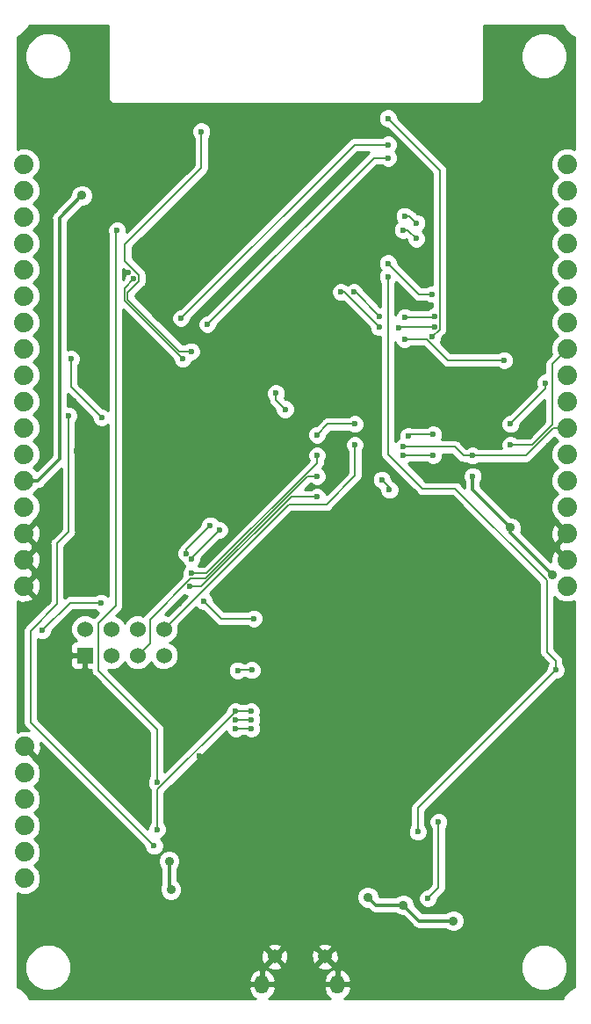
<source format=gbl>
G04 #@! TF.GenerationSoftware,KiCad,Pcbnew,6.0.0-rc1-unknown-15e0771~66~ubuntu18.04.1*
G04 #@! TF.CreationDate,2018-08-13T10:52:49+02:00*
G04 #@! TF.ProjectId,esp32-gateway,65737033322D676174657761792E6B69,rev?*
G04 #@! TF.SameCoordinates,Original*
G04 #@! TF.FileFunction,Copper,L2,Bot,Signal*
G04 #@! TF.FilePolarity,Positive*
%FSLAX46Y46*%
G04 Gerber Fmt 4.6, Leading zero omitted, Abs format (unit mm)*
G04 Created by KiCad (PCBNEW 6.0.0-rc1-unknown-15e0771~66~ubuntu18.04.1) date Mon Aug 13 10:52:49 2018*
%MOMM*%
%LPD*%
G01*
G04 APERTURE LIST*
G04 #@! TA.AperFunction,ComponentPad*
%ADD10C,1.879600*%
G04 #@! TD*
G04 #@! TA.AperFunction,ComponentPad*
%ADD11C,1.524000*%
G04 #@! TD*
G04 #@! TA.AperFunction,ComponentPad*
%ADD12R,1.524000X1.524000*%
G04 #@! TD*
G04 #@! TA.AperFunction,ComponentPad*
%ADD13C,1.350000*%
G04 #@! TD*
G04 #@! TA.AperFunction,ComponentPad*
%ADD14O,1.350000X1.800000*%
G04 #@! TD*
G04 #@! TA.AperFunction,ViaPad*
%ADD15C,0.600000*%
G04 #@! TD*
G04 #@! TA.AperFunction,ViaPad*
%ADD16C,0.900000*%
G04 #@! TD*
G04 #@! TA.AperFunction,Conductor*
%ADD17C,0.300000*%
G04 #@! TD*
G04 #@! TA.AperFunction,Conductor*
%ADD18C,0.150000*%
G04 #@! TD*
G04 #@! TA.AperFunction,Conductor*
%ADD19C,0.254000*%
G04 #@! TD*
G04 APERTURE END LIST*
D10*
G04 #@! TO.P,J3,1*
G04 #@! TO.N,Net-(D1-Pad2)*
X116332000Y-147828000D03*
G04 #@! TO.P,J3,2*
G04 #@! TO.N,Net-(D2-Pad2)*
X116332000Y-145288000D03*
G04 #@! TO.P,J3,3*
G04 #@! TO.N,Net-(D3-Pad2)*
X116332000Y-142748000D03*
G04 #@! TO.P,J3,4*
G04 #@! TO.N,Net-(D4-Pad2)*
X116332000Y-140208000D03*
G04 #@! TO.P,J3,5*
G04 #@! TO.N,Net-(D5-Pad2)*
X116332000Y-137668000D03*
G04 #@! TO.P,J3,6*
G04 #@! TO.N,GND*
X116332000Y-135128000D03*
G04 #@! TD*
D11*
G04 #@! TO.P,U2,8*
G04 #@! TO.N,IO16*
X129770000Y-123800000D03*
G04 #@! TO.P,U2,7*
G04 #@! TO.N,IO19*
X129770000Y-126340000D03*
G04 #@! TO.P,U2,6*
G04 #@! TO.N,IO23*
X127230000Y-123800000D03*
G04 #@! TO.P,U2,5*
G04 #@! TO.N,IO18*
X127230000Y-126340000D03*
G04 #@! TO.P,U2,4*
G04 #@! TO.N,IO5*
X124690000Y-123800000D03*
G04 #@! TO.P,U2,3*
G04 #@! TO.N,CE-RST*
X124690000Y-126340000D03*
G04 #@! TO.P,U2,2*
G04 #@! TO.N,+3V3*
X122150000Y-123800000D03*
D12*
G04 #@! TO.P,U2,1*
G04 #@! TO.N,GND*
X122150000Y-126340000D03*
G04 #@! TD*
D10*
G04 #@! TO.P,J5,17*
G04 #@! TO.N,IO23*
X168656000Y-79024000D03*
G04 #@! TO.P,J5,16*
G04 #@! TO.N,IO22*
X168656000Y-81564000D03*
G04 #@! TO.P,J5,15*
G04 #@! TO.N,ESPTX*
X168656000Y-84104000D03*
G04 #@! TO.P,J5,14*
G04 #@! TO.N,ESPRX*
X168656000Y-86644000D03*
G04 #@! TO.P,J5,13*
G04 #@! TO.N,IO21*
X168656000Y-89184000D03*
G04 #@! TO.P,J5,12*
G04 #@! TO.N,IO20*
X168656000Y-91724000D03*
G04 #@! TO.P,J5,11*
G04 #@! TO.N,IO19*
X168656000Y-94264000D03*
G04 #@! TO.P,J5,10*
G04 #@! TO.N,IO18*
X168656000Y-96804000D03*
G04 #@! TO.P,J5,9*
G04 #@! TO.N,IO5*
X168656000Y-99344000D03*
G04 #@! TO.P,J5,8*
G04 #@! TO.N,CE-RST*
X168656000Y-101884000D03*
G04 #@! TO.P,J5,7*
G04 #@! TO.N,IO16*
X168656000Y-104424000D03*
G04 #@! TO.P,J5,6*
G04 #@! TO.N,IO4*
X168656000Y-106964000D03*
G04 #@! TO.P,J5,5*
G04 #@! TO.N,IO2*
X168656000Y-109504000D03*
G04 #@! TO.P,J5,4*
G04 #@! TO.N,IO15*
X168656000Y-112044000D03*
G04 #@! TO.P,J5,3*
G04 #@! TO.N,GND*
X168656000Y-114584000D03*
G04 #@! TO.P,J5,2*
X168656000Y-117124000D03*
G04 #@! TO.P,J5,1*
G04 #@! TO.N,+3V3*
X168656000Y-119664000D03*
G04 #@! TD*
G04 #@! TO.P,J4,1*
G04 #@! TO.N,SENSOR_VP*
X116270000Y-79030000D03*
G04 #@! TO.P,J4,2*
G04 #@! TO.N,SENSOR_VN*
X116270000Y-81570000D03*
G04 #@! TO.P,J4,3*
G04 #@! TO.N,IO34*
X116270000Y-84110000D03*
G04 #@! TO.P,J4,4*
G04 #@! TO.N,IO35*
X116270000Y-86650000D03*
G04 #@! TO.P,J4,5*
G04 #@! TO.N,IO32*
X116270000Y-89190000D03*
G04 #@! TO.P,J4,6*
G04 #@! TO.N,IO33*
X116270000Y-91730000D03*
G04 #@! TO.P,J4,7*
G04 #@! TO.N,IO25*
X116270000Y-94270000D03*
G04 #@! TO.P,J4,8*
G04 #@! TO.N,IO26*
X116270000Y-96810000D03*
G04 #@! TO.P,J4,9*
G04 #@! TO.N,IO27*
X116270000Y-99350000D03*
G04 #@! TO.P,J4,10*
G04 #@! TO.N,IO14*
X116270000Y-101890000D03*
G04 #@! TO.P,J4,11*
G04 #@! TO.N,IO12*
X116270000Y-104430000D03*
G04 #@! TO.P,J4,12*
G04 #@! TO.N,IO13*
X116270000Y-106970000D03*
G04 #@! TO.P,J4,13*
G04 #@! TO.N,+3V3*
X116270000Y-109510000D03*
G04 #@! TO.P,J4,14*
G04 #@! TO.N,+5V*
X116270000Y-112050000D03*
G04 #@! TO.P,J4,15*
G04 #@! TO.N,GND*
X116270000Y-114590000D03*
G04 #@! TO.P,J4,16*
X116270000Y-117130000D03*
G04 #@! TO.P,J4,17*
X116270000Y-119670000D03*
G04 #@! TD*
D13*
G04 #@! TO.P,J1,6*
G04 #@! TO.N,GND*
X140440000Y-155350000D03*
X145290000Y-155350000D03*
D14*
X146490000Y-158030000D03*
X139240000Y-158030000D03*
G04 #@! TD*
D15*
G04 #@! TO.N,GND*
X140980000Y-116130000D03*
X143480000Y-142950000D03*
X145600000Y-97574990D03*
X146840000Y-100070000D03*
X164990000Y-76580000D03*
X163850000Y-77830000D03*
X162910000Y-79640000D03*
X161870000Y-81410000D03*
X161240000Y-83040000D03*
X160720000Y-85030000D03*
X159710000Y-87950000D03*
X158530000Y-92670000D03*
X158740000Y-100190000D03*
X127560000Y-80780000D03*
X123220000Y-77060000D03*
X122460000Y-87870000D03*
X118330000Y-88420000D03*
X118200000Y-85810000D03*
X118610000Y-95650000D03*
X121430000Y-95440000D03*
X118540000Y-97990000D03*
X118680000Y-102940000D03*
X118200000Y-105280000D03*
X122950000Y-99850000D03*
X121090000Y-101840000D03*
X123780000Y-97200000D03*
X140890000Y-104550000D03*
X153030000Y-100210000D03*
X150230000Y-102710000D03*
X152810000Y-103150000D03*
X154210000Y-88360000D03*
X139200000Y-124900000D03*
X143120000Y-124260000D03*
X142940000Y-126440000D03*
X136100000Y-129360000D03*
X136140000Y-124300000D03*
X136300000Y-120590000D03*
X141350000Y-106690000D03*
X138470000Y-101680000D03*
X128790000Y-98910000D03*
X128650000Y-103310000D03*
X128230000Y-109430000D03*
X127670000Y-101760000D03*
X122850000Y-105080000D03*
X121310000Y-106670000D03*
X123040000Y-108870000D03*
X120930000Y-115750000D03*
X130050000Y-119210000D03*
X129260000Y-116170000D03*
X133050000Y-100360000D03*
X132670000Y-103210000D03*
X132860000Y-109110000D03*
X132250000Y-111860000D03*
X139930000Y-109070000D03*
X141600000Y-114570000D03*
X151310000Y-113010000D03*
X152710000Y-116730000D03*
X131260000Y-121350000D03*
X155510000Y-92590000D03*
X126300000Y-89410000D03*
X123260000Y-92620000D03*
X118270000Y-100060000D03*
X166660000Y-108450000D03*
X150490000Y-107850000D03*
X150490000Y-105120000D03*
X152920000Y-110040000D03*
X166910000Y-106140000D03*
X121660000Y-113370000D03*
X126300000Y-118190000D03*
X122880000Y-117590000D03*
X139530000Y-97140000D03*
X152000000Y-122230000D03*
X141170000Y-138670000D03*
X133180000Y-136050000D03*
X124160000Y-150730000D03*
X156410000Y-156170000D03*
X164030000Y-149670000D03*
X157750000Y-132490000D03*
X157460000Y-127340000D03*
G04 #@! TO.N,+3V3*
X159540000Y-109070000D03*
D16*
X163186000Y-114038000D03*
X167260000Y-118570000D03*
X152840000Y-150370000D03*
X157670000Y-151900000D03*
X121870000Y-82040000D03*
X149434310Y-149624310D03*
G04 #@! TO.N,+5V*
X130280000Y-146140000D03*
X130450000Y-148870000D03*
D15*
G04 #@! TO.N,DTR*
X155230000Y-149740000D03*
X156257360Y-142371973D03*
G04 #@! TO.N,IO0*
X154257360Y-143321973D03*
X167546000Y-127746000D03*
X151380000Y-89835000D03*
G04 #@! TO.N,EN*
X132400000Y-97060000D03*
X133380000Y-75865000D03*
X138230012Y-127750000D03*
X136885990Y-127770000D03*
G04 #@! TO.N,IO32*
X129110000Y-138580000D03*
X125270000Y-85400000D03*
G04 #@! TO.N,IO33*
X131580000Y-97770000D03*
X126880000Y-90080000D03*
X129130000Y-143090000D03*
X138186010Y-131690000D03*
X136680000Y-131700000D03*
G04 #@! TO.N,IO27*
X138430000Y-122780000D03*
X133590000Y-121080000D03*
X123770000Y-103430000D03*
X120800000Y-97770000D03*
G04 #@! TO.N,IO12*
X120585000Y-103230000D03*
X128830000Y-144680000D03*
G04 #@! TO.N,IO13*
X123700000Y-121260000D03*
X118040000Y-123940000D03*
G04 #@! TO.N,IO15*
X155860000Y-94740000D03*
X152430000Y-94790000D03*
X150530000Y-94730000D03*
X146825000Y-91335000D03*
G04 #@! TO.N,IO2*
X153020000Y-93750000D03*
X150590000Y-93660000D03*
X148095000Y-91335000D03*
X155860000Y-93720000D03*
G04 #@! TO.N,IO4*
X155620000Y-91540000D03*
X151380000Y-88565000D03*
G04 #@! TO.N,IO16*
X159544080Y-107078260D03*
X148189840Y-106042080D03*
X152858969Y-106250000D03*
G04 #@! TO.N,CE-RST*
X135110000Y-114250000D03*
X132421622Y-117051572D03*
X162590000Y-97900000D03*
X152970000Y-95860000D03*
G04 #@! TO.N,IO5*
X144547920Y-111076220D03*
X132293968Y-119719853D03*
X152820000Y-85360000D03*
X154110000Y-86190000D03*
X166560000Y-100080000D03*
X155736000Y-105058000D03*
X153330979Y-105230000D03*
X163186000Y-104040560D03*
G04 #@! TO.N,IO18*
X151520000Y-110390000D03*
X150790000Y-109410000D03*
X144547920Y-109079780D03*
X152970000Y-84010000D03*
X154120000Y-84680000D03*
X163186000Y-106042080D03*
G04 #@! TO.N,IO19*
X148189840Y-104040560D03*
X144547920Y-105079280D03*
X140570000Y-101090000D03*
X141450000Y-102620000D03*
X134250000Y-113800000D03*
X131933866Y-116510171D03*
G04 #@! TO.N,ESPRX*
X138210000Y-132520000D03*
X151380000Y-78405000D03*
X133963041Y-94455267D03*
X136700000Y-132530000D03*
G04 #@! TO.N,ESPTX*
X151380000Y-77135000D03*
X131424059Y-93854969D03*
X136690000Y-133370000D03*
X138210004Y-133370000D03*
G04 #@! TO.N,IO23*
X155736000Y-107058000D03*
X144547920Y-107078260D03*
X132423968Y-118430349D03*
X152858969Y-107040000D03*
X151380000Y-74595000D03*
X155660000Y-95670000D03*
G04 #@! TD*
D17*
G04 #@! TO.N,+3V3*
X159540000Y-109070000D02*
X159540000Y-110392000D01*
X159540000Y-110392000D02*
X163186000Y-114038000D01*
X163186000Y-114496000D02*
X163186000Y-114038000D01*
X167260000Y-118570000D02*
X163186000Y-114496000D01*
X152840000Y-150370000D02*
X154370000Y-151900000D01*
X154370000Y-151900000D02*
X157670000Y-151900000D01*
X117599077Y-109510000D02*
X119720000Y-107389077D01*
X116270000Y-109510000D02*
X117599077Y-109510000D01*
X119720000Y-107389077D02*
X119720000Y-84190000D01*
X119720000Y-84190000D02*
X121870000Y-82040000D01*
X149884309Y-150074309D02*
X149434310Y-149624310D01*
X150180000Y-150370000D02*
X149884309Y-150074309D01*
X152840000Y-150370000D02*
X150180000Y-150370000D01*
G04 #@! TO.N,+5V*
X130280000Y-146140000D02*
X130280000Y-148700000D01*
X130280000Y-148700000D02*
X130450000Y-148870000D01*
D18*
G04 #@! TO.N,DTR*
X155230000Y-149740000D02*
X156257360Y-148712640D01*
X156257360Y-148712640D02*
X156257360Y-142371973D01*
G04 #@! TO.N,IO0*
X154257360Y-143321973D02*
X154257360Y-141034640D01*
X154257360Y-141034640D02*
X167546000Y-127746000D01*
X167546000Y-126846000D02*
X166710000Y-126010000D01*
X167546000Y-127746000D02*
X167546000Y-126846000D01*
X166710000Y-126010000D02*
X166710000Y-119120000D01*
X166710000Y-119120000D02*
X157870000Y-110280000D01*
X157870000Y-110280000D02*
X154720000Y-110280000D01*
X154720000Y-110280000D02*
X151380000Y-106940000D01*
X151380000Y-106940000D02*
X151380000Y-89835000D01*
G04 #@! TO.N,EN*
X126280000Y-92060000D02*
X131280000Y-97060000D01*
X133380000Y-79380000D02*
X126020000Y-86740000D01*
X126280000Y-91400000D02*
X126280000Y-92060000D01*
X133380000Y-75865000D02*
X133380000Y-79380000D01*
X126020000Y-86740000D02*
X126020000Y-88310000D01*
X126020000Y-88310000D02*
X127390000Y-89680000D01*
X131280000Y-97060000D02*
X132400000Y-97060000D01*
X127390000Y-89680000D02*
X127390000Y-90290000D01*
X127390000Y-90290000D02*
X126280000Y-91400000D01*
X138230012Y-127750000D02*
X136905990Y-127750000D01*
X136905990Y-127750000D02*
X136885990Y-127770000D01*
G04 #@! TO.N,IO32*
X123448989Y-127800000D02*
X123448989Y-123222537D01*
X129110000Y-138580000D02*
X129110000Y-133461011D01*
X129110000Y-133461011D02*
X123448989Y-127800000D01*
X125110000Y-85560000D02*
X125270000Y-85400000D01*
X125110000Y-121561526D02*
X125110000Y-85560000D01*
X123448989Y-123222537D02*
X125110000Y-121561526D01*
G04 #@! TO.N,IO33*
X126000000Y-92190000D02*
X131580000Y-97770000D01*
X126880000Y-90080000D02*
X126000000Y-90960000D01*
X126000000Y-90960000D02*
X126000000Y-92190000D01*
X138186010Y-131690000D02*
X136690000Y-131690000D01*
X129130000Y-143090000D02*
X129130000Y-139270000D01*
X136690000Y-131690000D02*
X136680000Y-131700000D01*
X136380001Y-132019999D02*
X136380001Y-131999999D01*
X136380001Y-131999999D02*
X136680000Y-131700000D01*
X129130000Y-139270000D02*
X136380001Y-132019999D01*
G04 #@! TO.N,IO27*
X135290000Y-122780000D02*
X133590000Y-121080000D01*
X138430000Y-122780000D02*
X135290000Y-122780000D01*
X120800000Y-100460000D02*
X123770000Y-103430000D01*
X120800000Y-97770000D02*
X120800000Y-100460000D01*
G04 #@! TO.N,IO12*
X120585000Y-103230000D02*
X120585000Y-114445000D01*
X120585000Y-114445000D02*
X119480000Y-115550000D01*
X119480000Y-115550000D02*
X119480000Y-121400000D01*
X119480000Y-121400000D02*
X116910000Y-123970000D01*
X116910000Y-123970000D02*
X116910000Y-132760000D01*
X116910000Y-132760000D02*
X128830000Y-144680000D01*
G04 #@! TO.N,IO13*
X123700000Y-121260000D02*
X120720000Y-121260000D01*
X120720000Y-121260000D02*
X118040000Y-123940000D01*
G04 #@! TO.N,IO15*
X155860000Y-94740000D02*
X152480000Y-94740000D01*
X152480000Y-94740000D02*
X152430000Y-94790000D01*
X150530000Y-94730000D02*
X147135000Y-91335000D01*
X147135000Y-91335000D02*
X146825000Y-91335000D01*
G04 #@! TO.N,IO2*
X150590000Y-93660000D02*
X148265000Y-91335000D01*
X148265000Y-91335000D02*
X148095000Y-91335000D01*
X155830000Y-93750000D02*
X153020000Y-93750000D01*
X155860000Y-93720000D02*
X155830000Y-93750000D01*
G04 #@! TO.N,IO4*
X155620000Y-91540000D02*
X154355000Y-91540000D01*
X154355000Y-91540000D02*
X151380000Y-88565000D01*
G04 #@! TO.N,IO16*
X164672663Y-107078260D02*
X159544080Y-107078260D01*
X168656000Y-104424000D02*
X167326923Y-104424000D01*
X167326923Y-104424000D02*
X164672663Y-107078260D01*
X159544080Y-107078260D02*
X158643650Y-107078260D01*
X157815390Y-106250000D02*
X152858969Y-106250000D01*
X158643650Y-107078260D02*
X157815390Y-106250000D01*
X145440000Y-111770000D02*
X148189840Y-109020160D01*
X148189840Y-109020160D02*
X148189840Y-106042080D01*
X129770000Y-123800000D02*
X141800000Y-111770000D01*
X141800000Y-111770000D02*
X145440000Y-111770000D01*
G04 #@! TO.N,CE-RST*
X132421622Y-116938378D02*
X132421622Y-117051572D01*
X135110000Y-114250000D02*
X132421622Y-116938378D01*
X162590000Y-97900000D02*
X157120000Y-97900000D01*
X155080000Y-95860000D02*
X152970000Y-95860000D01*
X157120000Y-97900000D02*
X155080000Y-95860000D01*
G04 #@! TO.N,IO5*
X133400147Y-119719853D02*
X132293968Y-119719853D01*
X144547920Y-111076220D02*
X142043780Y-111076220D01*
X142043780Y-111076220D02*
X133400147Y-119719853D01*
X153280000Y-85360000D02*
X154110000Y-86190000D01*
X152820000Y-85360000D02*
X153280000Y-85360000D01*
X166560000Y-100080000D02*
X166560000Y-100666560D01*
X166560000Y-100666560D02*
X163186000Y-104040560D01*
X155736000Y-105058000D02*
X153502979Y-105058000D01*
X153502979Y-105058000D02*
X153330979Y-105230000D01*
G04 #@! TO.N,IO18*
X151520000Y-110390000D02*
X151520000Y-110140000D01*
X151520000Y-110140000D02*
X150790000Y-109410000D01*
X152970000Y-84010000D02*
X153450000Y-84010000D01*
X153450000Y-84010000D02*
X154120000Y-84680000D01*
X133769272Y-118957998D02*
X143647490Y-109079780D01*
X132312861Y-118957998D02*
X133769272Y-118957998D01*
X128410000Y-122860859D02*
X132312861Y-118957998D01*
X127230000Y-126340000D02*
X128410000Y-125160000D01*
X143647490Y-109079780D02*
X144547920Y-109079780D01*
X128410000Y-125160000D02*
X128410000Y-122860859D01*
X167200000Y-98260000D02*
X168656000Y-96804000D01*
X167200000Y-104140000D02*
X167200000Y-98260000D01*
X163186000Y-106042080D02*
X165297920Y-106042080D01*
X165297920Y-106042080D02*
X167200000Y-104140000D01*
G04 #@! TO.N,IO19*
X148189840Y-104040560D02*
X145586640Y-104040560D01*
X145586640Y-104040560D02*
X144547920Y-105079280D01*
X140570000Y-101090000D02*
X140570000Y-101740000D01*
X140570000Y-101740000D02*
X141450000Y-102620000D01*
X131933866Y-116116134D02*
X131933866Y-116510171D01*
X134250000Y-113800000D02*
X131933866Y-116116134D01*
G04 #@! TO.N,ESPRX*
X150013308Y-78405000D02*
X133963041Y-94455267D01*
X151380000Y-78405000D02*
X150013308Y-78405000D01*
X138210000Y-132520000D02*
X136710000Y-132520000D01*
X136710000Y-132520000D02*
X136700000Y-132530000D01*
G04 #@! TO.N,ESPTX*
X148144028Y-77135000D02*
X131424059Y-93854969D01*
X151380000Y-77135000D02*
X148144028Y-77135000D01*
X136690000Y-133370000D02*
X138210004Y-133370000D01*
G04 #@! TO.N,IO23*
X152876969Y-107058000D02*
X152858969Y-107040000D01*
X155736000Y-107058000D02*
X152876969Y-107058000D01*
X133899651Y-118430349D02*
X132423968Y-118430349D01*
X144547920Y-107078260D02*
X144547920Y-107782080D01*
X144547920Y-107782080D02*
X133899651Y-118430349D01*
X156380000Y-79595000D02*
X151380000Y-74595000D01*
X156380000Y-94950000D02*
X156380000Y-79595000D01*
X155660000Y-95670000D02*
X156380000Y-94950000D01*
G04 #@! TD*
D19*
G04 #@! TO.N,GND*
G36*
X124364501Y-72527404D02*
X124352050Y-72590000D01*
X124401372Y-72837960D01*
X124541830Y-73048170D01*
X124752040Y-73188628D01*
X124937409Y-73225500D01*
X125000000Y-73237950D01*
X125062591Y-73225500D01*
X159937409Y-73225500D01*
X160000000Y-73237950D01*
X160062591Y-73225500D01*
X160247960Y-73188628D01*
X160458170Y-73048170D01*
X160598628Y-72837960D01*
X160647950Y-72590000D01*
X160635500Y-72527409D01*
X160635500Y-68165431D01*
X164165000Y-68165431D01*
X164165000Y-69054569D01*
X164505259Y-69876026D01*
X165133974Y-70504741D01*
X165955431Y-70845000D01*
X166844569Y-70845000D01*
X167666026Y-70504741D01*
X168294741Y-69876026D01*
X168635000Y-69054569D01*
X168635000Y-68165431D01*
X168294741Y-67343974D01*
X167666026Y-66715259D01*
X166844569Y-66375000D01*
X165955431Y-66375000D01*
X165133974Y-66715259D01*
X164505259Y-67343974D01*
X164165000Y-68165431D01*
X160635500Y-68165431D01*
X160635500Y-65635500D01*
X168245004Y-65635500D01*
X168320293Y-65842354D01*
X168361566Y-65913840D01*
X168430646Y-66033491D01*
X168709692Y-66366045D01*
X168709694Y-66366048D01*
X168878766Y-66507916D01*
X169254723Y-66724974D01*
X169254725Y-66724976D01*
X169310068Y-66745119D01*
X169364500Y-66764930D01*
X169364500Y-77612919D01*
X168969247Y-77449200D01*
X168342753Y-77449200D01*
X167763948Y-77688949D01*
X167320949Y-78131948D01*
X167081200Y-78710753D01*
X167081200Y-79337247D01*
X167320949Y-79916052D01*
X167698897Y-80294000D01*
X167320949Y-80671948D01*
X167081200Y-81250753D01*
X167081200Y-81877247D01*
X167320949Y-82456052D01*
X167698897Y-82834000D01*
X167320949Y-83211948D01*
X167081200Y-83790753D01*
X167081200Y-84417247D01*
X167320949Y-84996052D01*
X167698897Y-85374000D01*
X167320949Y-85751948D01*
X167081200Y-86330753D01*
X167081200Y-86957247D01*
X167320949Y-87536052D01*
X167698897Y-87914000D01*
X167320949Y-88291948D01*
X167081200Y-88870753D01*
X167081200Y-89497247D01*
X167320949Y-90076052D01*
X167698897Y-90454000D01*
X167320949Y-90831948D01*
X167081200Y-91410753D01*
X167081200Y-92037247D01*
X167320949Y-92616052D01*
X167698897Y-92994000D01*
X167320949Y-93371948D01*
X167081200Y-93950753D01*
X167081200Y-94577247D01*
X167320949Y-95156052D01*
X167698897Y-95534000D01*
X167320949Y-95911948D01*
X167081200Y-96490753D01*
X167081200Y-97117247D01*
X167156609Y-97299300D01*
X166747402Y-97708508D01*
X166688120Y-97748119D01*
X166648510Y-97807400D01*
X166531196Y-97982972D01*
X166476091Y-98260000D01*
X166490001Y-98329929D01*
X166490001Y-99145000D01*
X166374017Y-99145000D01*
X166030365Y-99287345D01*
X165767345Y-99550365D01*
X165625000Y-99894017D01*
X165625000Y-100265983D01*
X165722090Y-100500379D01*
X163116910Y-103105560D01*
X163000017Y-103105560D01*
X162656365Y-103247905D01*
X162393345Y-103510925D01*
X162251000Y-103854577D01*
X162251000Y-104226543D01*
X162393345Y-104570195D01*
X162656365Y-104833215D01*
X163000017Y-104975560D01*
X163371983Y-104975560D01*
X163715635Y-104833215D01*
X163978655Y-104570195D01*
X164121000Y-104226543D01*
X164121000Y-104109650D01*
X166490000Y-101740651D01*
X166490000Y-103845909D01*
X165003830Y-105332080D01*
X163798290Y-105332080D01*
X163715635Y-105249425D01*
X163371983Y-105107080D01*
X163000017Y-105107080D01*
X162656365Y-105249425D01*
X162393345Y-105512445D01*
X162251000Y-105856097D01*
X162251000Y-106228063D01*
X162309071Y-106368260D01*
X160156370Y-106368260D01*
X160073715Y-106285605D01*
X159730063Y-106143260D01*
X159358097Y-106143260D01*
X159014445Y-106285605D01*
X158934766Y-106365284D01*
X158366884Y-105797403D01*
X158327271Y-105738119D01*
X158092418Y-105581195D01*
X157885316Y-105540000D01*
X157885314Y-105540000D01*
X157815390Y-105526091D01*
X157745466Y-105540000D01*
X156548386Y-105540000D01*
X156671000Y-105243983D01*
X156671000Y-104872017D01*
X156528655Y-104528365D01*
X156265635Y-104265345D01*
X155921983Y-104123000D01*
X155550017Y-104123000D01*
X155206365Y-104265345D01*
X155123710Y-104348000D01*
X153644916Y-104348000D01*
X153516962Y-104295000D01*
X153144996Y-104295000D01*
X152801344Y-104437345D01*
X152538324Y-104700365D01*
X152395979Y-105044017D01*
X152395979Y-105415983D01*
X152400843Y-105427725D01*
X152329334Y-105457345D01*
X152090000Y-105696679D01*
X152090000Y-96178765D01*
X152177345Y-96389635D01*
X152440365Y-96652655D01*
X152784017Y-96795000D01*
X153155983Y-96795000D01*
X153499635Y-96652655D01*
X153582290Y-96570000D01*
X154785910Y-96570000D01*
X156568510Y-98352602D01*
X156608119Y-98411881D01*
X156667398Y-98451490D01*
X156667399Y-98451491D01*
X156842972Y-98568805D01*
X157120000Y-98623909D01*
X157189926Y-98610000D01*
X161977710Y-98610000D01*
X162060365Y-98692655D01*
X162404017Y-98835000D01*
X162775983Y-98835000D01*
X163119635Y-98692655D01*
X163382655Y-98429635D01*
X163525000Y-98085983D01*
X163525000Y-97714017D01*
X163382655Y-97370365D01*
X163119635Y-97107345D01*
X162775983Y-96965000D01*
X162404017Y-96965000D01*
X162060365Y-97107345D01*
X161977710Y-97190000D01*
X157414092Y-97190000D01*
X156438190Y-96214100D01*
X156452655Y-96199635D01*
X156595000Y-95855983D01*
X156595000Y-95739091D01*
X156832603Y-95501489D01*
X156891880Y-95461881D01*
X156931488Y-95402604D01*
X156931491Y-95402601D01*
X157048805Y-95227029D01*
X157103909Y-94950000D01*
X157090000Y-94880074D01*
X157090000Y-79664926D01*
X157103909Y-79595000D01*
X157048805Y-79317971D01*
X156931491Y-79142399D01*
X156931490Y-79142398D01*
X156891881Y-79083119D01*
X156832602Y-79043510D01*
X152315000Y-74525910D01*
X152315000Y-74409017D01*
X152172655Y-74065365D01*
X151909635Y-73802345D01*
X151565983Y-73660000D01*
X151194017Y-73660000D01*
X150850365Y-73802345D01*
X150587345Y-74065365D01*
X150445000Y-74409017D01*
X150445000Y-74780983D01*
X150587345Y-75124635D01*
X150850365Y-75387655D01*
X151194017Y-75530000D01*
X151310910Y-75530000D01*
X155670001Y-79889093D01*
X155670000Y-90605000D01*
X155434017Y-90605000D01*
X155090365Y-90747345D01*
X155007710Y-90830000D01*
X154649091Y-90830000D01*
X152315000Y-88495910D01*
X152315000Y-88379017D01*
X152172655Y-88035365D01*
X151909635Y-87772345D01*
X151565983Y-87630000D01*
X151194017Y-87630000D01*
X150850365Y-87772345D01*
X150587345Y-88035365D01*
X150445000Y-88379017D01*
X150445000Y-88750983D01*
X150587345Y-89094635D01*
X150692710Y-89200000D01*
X150587345Y-89305365D01*
X150445000Y-89649017D01*
X150445000Y-90020983D01*
X150587345Y-90364635D01*
X150670001Y-90447291D01*
X150670001Y-92725000D01*
X150659092Y-92725000D01*
X148992448Y-91058357D01*
X148887655Y-90805365D01*
X148624635Y-90542345D01*
X148280983Y-90400000D01*
X147909017Y-90400000D01*
X147565365Y-90542345D01*
X147460000Y-90647710D01*
X147354635Y-90542345D01*
X147010983Y-90400000D01*
X146639017Y-90400000D01*
X146295365Y-90542345D01*
X146032345Y-90805365D01*
X145890000Y-91149017D01*
X145890000Y-91520983D01*
X146032345Y-91864635D01*
X146295365Y-92127655D01*
X146639017Y-92270000D01*
X147010983Y-92270000D01*
X147049822Y-92253912D01*
X149595000Y-94799091D01*
X149595000Y-94915983D01*
X149737345Y-95259635D01*
X150000365Y-95522655D01*
X150344017Y-95665000D01*
X150670001Y-95665000D01*
X150670000Y-106870076D01*
X150656091Y-106940000D01*
X150670000Y-107009924D01*
X150670000Y-107009925D01*
X150711195Y-107217027D01*
X150868119Y-107451880D01*
X150927402Y-107491492D01*
X154168508Y-110732599D01*
X154208119Y-110791881D01*
X154442972Y-110948805D01*
X154650074Y-110990000D01*
X154650078Y-110990000D01*
X154719999Y-111003908D01*
X154789920Y-110990000D01*
X157575910Y-110990000D01*
X166000001Y-119414093D01*
X166000000Y-125940076D01*
X165986091Y-126010000D01*
X166000000Y-126079924D01*
X166000000Y-126079925D01*
X166041195Y-126287027D01*
X166198119Y-126521880D01*
X166257401Y-126561491D01*
X166832809Y-127136901D01*
X166753345Y-127216365D01*
X166611000Y-127560017D01*
X166611000Y-127676908D01*
X153804762Y-140483148D01*
X153745480Y-140522759D01*
X153705870Y-140582040D01*
X153588556Y-140757612D01*
X153533451Y-141034640D01*
X153547361Y-141104569D01*
X153547360Y-142709683D01*
X153464705Y-142792338D01*
X153322360Y-143135990D01*
X153322360Y-143507956D01*
X153464705Y-143851608D01*
X153727725Y-144114628D01*
X154071377Y-144256973D01*
X154443343Y-144256973D01*
X154786995Y-144114628D01*
X155050015Y-143851608D01*
X155192360Y-143507956D01*
X155192360Y-143135990D01*
X155050015Y-142792338D01*
X154967360Y-142709683D01*
X154967360Y-141328730D01*
X167615092Y-128681000D01*
X167731983Y-128681000D01*
X168075635Y-128538655D01*
X168338655Y-128275635D01*
X168481000Y-127931983D01*
X168481000Y-127560017D01*
X168338655Y-127216365D01*
X168256000Y-127133710D01*
X168256000Y-126915926D01*
X168269909Y-126846000D01*
X168214805Y-126568972D01*
X168097491Y-126393399D01*
X168097490Y-126393398D01*
X168057881Y-126334119D01*
X167998601Y-126294510D01*
X167420000Y-125715909D01*
X167420000Y-120655103D01*
X167763948Y-120999051D01*
X168342753Y-121238800D01*
X168969247Y-121238800D01*
X169364501Y-121075081D01*
X169364501Y-158245004D01*
X169157650Y-158320291D01*
X169157647Y-158320292D01*
X169082158Y-158363876D01*
X168966508Y-158430646D01*
X168966506Y-158430649D01*
X168633953Y-158709693D01*
X168492085Y-158878764D01*
X168492083Y-158878769D01*
X168275026Y-159254723D01*
X168275024Y-159254725D01*
X168272242Y-159262369D01*
X168235070Y-159364500D01*
X147155513Y-159364500D01*
X147342064Y-159261038D01*
X147662199Y-158858387D01*
X147803877Y-158363876D01*
X147645983Y-158157000D01*
X146617000Y-158157000D01*
X146617000Y-158177000D01*
X146363000Y-158177000D01*
X146363000Y-158157000D01*
X145334017Y-158157000D01*
X145176123Y-158363876D01*
X145317801Y-158858387D01*
X145637936Y-159261038D01*
X145824487Y-159364500D01*
X139905513Y-159364500D01*
X140092064Y-159261038D01*
X140412199Y-158858387D01*
X140553877Y-158363876D01*
X140395983Y-158157000D01*
X139367000Y-158157000D01*
X139367000Y-158177000D01*
X139113000Y-158177000D01*
X139113000Y-158157000D01*
X138084017Y-158157000D01*
X137926123Y-158363876D01*
X138067801Y-158858387D01*
X138387936Y-159261038D01*
X138574487Y-159364500D01*
X116754996Y-159364500D01*
X116679709Y-159157650D01*
X116679708Y-159157647D01*
X116613365Y-159042738D01*
X116569354Y-158966508D01*
X116569351Y-158966506D01*
X116290307Y-158633953D01*
X116121236Y-158492085D01*
X116121231Y-158492083D01*
X115745276Y-158275025D01*
X115745275Y-158275024D01*
X115689932Y-158254881D01*
X115635500Y-158235070D01*
X115635500Y-155955431D01*
X116365000Y-155955431D01*
X116365000Y-156844569D01*
X116705259Y-157666026D01*
X117333974Y-158294741D01*
X118155431Y-158635000D01*
X119044569Y-158635000D01*
X119866026Y-158294741D01*
X120464643Y-157696124D01*
X137926123Y-157696124D01*
X138084017Y-157903000D01*
X139113000Y-157903000D01*
X139113000Y-156660776D01*
X139367000Y-156660776D01*
X139367000Y-157903000D01*
X140395983Y-157903000D01*
X140553877Y-157696124D01*
X145176123Y-157696124D01*
X145334017Y-157903000D01*
X146363000Y-157903000D01*
X146363000Y-156660776D01*
X146617000Y-156660776D01*
X146617000Y-157903000D01*
X147645983Y-157903000D01*
X147803877Y-157696124D01*
X147662199Y-157201613D01*
X147342064Y-156798962D01*
X146892210Y-156549471D01*
X146819400Y-156537090D01*
X146617000Y-156660776D01*
X146363000Y-156660776D01*
X146160600Y-156537090D01*
X146087790Y-156549471D01*
X145637936Y-156798962D01*
X145317801Y-157201613D01*
X145176123Y-157696124D01*
X140553877Y-157696124D01*
X140412199Y-157201613D01*
X140092064Y-156798962D01*
X139642210Y-156549471D01*
X139569400Y-156537090D01*
X139367000Y-156660776D01*
X139113000Y-156660776D01*
X138910600Y-156537090D01*
X138837790Y-156549471D01*
X138387936Y-156798962D01*
X138067801Y-157201613D01*
X137926123Y-157696124D01*
X120464643Y-157696124D01*
X120494741Y-157666026D01*
X120835000Y-156844569D01*
X120835000Y-156267147D01*
X139702458Y-156267147D01*
X139761219Y-156500328D01*
X140253100Y-156672522D01*
X140773434Y-156643375D01*
X141118781Y-156500328D01*
X141177542Y-156267147D01*
X144552458Y-156267147D01*
X144611219Y-156500328D01*
X145103100Y-156672522D01*
X145623434Y-156643375D01*
X145968781Y-156500328D01*
X146027542Y-156267147D01*
X145290000Y-155529605D01*
X144552458Y-156267147D01*
X141177542Y-156267147D01*
X140440000Y-155529605D01*
X139702458Y-156267147D01*
X120835000Y-156267147D01*
X120835000Y-155955431D01*
X120506806Y-155163100D01*
X139117478Y-155163100D01*
X139146625Y-155683434D01*
X139289672Y-156028781D01*
X139522853Y-156087542D01*
X140260395Y-155350000D01*
X140619605Y-155350000D01*
X141357147Y-156087542D01*
X141590328Y-156028781D01*
X141762522Y-155536900D01*
X141741584Y-155163100D01*
X143967478Y-155163100D01*
X143996625Y-155683434D01*
X144139672Y-156028781D01*
X144372853Y-156087542D01*
X145110395Y-155350000D01*
X145469605Y-155350000D01*
X146207147Y-156087542D01*
X146440328Y-156028781D01*
X146466005Y-155955431D01*
X164165000Y-155955431D01*
X164165000Y-156844569D01*
X164505259Y-157666026D01*
X165133974Y-158294741D01*
X165955431Y-158635000D01*
X166844569Y-158635000D01*
X167666026Y-158294741D01*
X168294741Y-157666026D01*
X168635000Y-156844569D01*
X168635000Y-155955431D01*
X168294741Y-155133974D01*
X167666026Y-154505259D01*
X166844569Y-154165000D01*
X165955431Y-154165000D01*
X165133974Y-154505259D01*
X164505259Y-155133974D01*
X164165000Y-155955431D01*
X146466005Y-155955431D01*
X146612522Y-155536900D01*
X146583375Y-155016566D01*
X146440328Y-154671219D01*
X146207147Y-154612458D01*
X145469605Y-155350000D01*
X145110395Y-155350000D01*
X144372853Y-154612458D01*
X144139672Y-154671219D01*
X143967478Y-155163100D01*
X141741584Y-155163100D01*
X141733375Y-155016566D01*
X141590328Y-154671219D01*
X141357147Y-154612458D01*
X140619605Y-155350000D01*
X140260395Y-155350000D01*
X139522853Y-154612458D01*
X139289672Y-154671219D01*
X139117478Y-155163100D01*
X120506806Y-155163100D01*
X120494741Y-155133974D01*
X119866026Y-154505259D01*
X119691223Y-154432853D01*
X139702458Y-154432853D01*
X140440000Y-155170395D01*
X141177542Y-154432853D01*
X144552458Y-154432853D01*
X145290000Y-155170395D01*
X146027542Y-154432853D01*
X145968781Y-154199672D01*
X145476900Y-154027478D01*
X144956566Y-154056625D01*
X144611219Y-154199672D01*
X144552458Y-154432853D01*
X141177542Y-154432853D01*
X141118781Y-154199672D01*
X140626900Y-154027478D01*
X140106566Y-154056625D01*
X139761219Y-154199672D01*
X139702458Y-154432853D01*
X119691223Y-154432853D01*
X119044569Y-154165000D01*
X118155431Y-154165000D01*
X117333974Y-154505259D01*
X116705259Y-155133974D01*
X116365000Y-155955431D01*
X115635500Y-155955431D01*
X115635500Y-149244051D01*
X116018753Y-149402800D01*
X116645247Y-149402800D01*
X117224052Y-149163051D01*
X117667051Y-148720052D01*
X117906800Y-148141247D01*
X117906800Y-147514753D01*
X117667051Y-146935948D01*
X117289103Y-146558000D01*
X117667051Y-146180052D01*
X117773036Y-145924180D01*
X129195000Y-145924180D01*
X129195000Y-146355820D01*
X129360182Y-146754603D01*
X129495000Y-146889421D01*
X129495001Y-148340331D01*
X129365000Y-148654180D01*
X129365000Y-149085820D01*
X129530182Y-149484603D01*
X129835397Y-149789818D01*
X130234180Y-149955000D01*
X130665820Y-149955000D01*
X131064603Y-149789818D01*
X131369818Y-149484603D01*
X131401345Y-149408490D01*
X148349310Y-149408490D01*
X148349310Y-149840130D01*
X148514492Y-150238913D01*
X148819707Y-150544128D01*
X149218490Y-150709310D01*
X149409153Y-150709310D01*
X149570251Y-150870408D01*
X149614047Y-150935953D01*
X149873708Y-151109454D01*
X150102684Y-151155000D01*
X150102689Y-151155000D01*
X150179999Y-151170378D01*
X150257310Y-151155000D01*
X152090579Y-151155000D01*
X152225397Y-151289818D01*
X152624180Y-151455000D01*
X152814843Y-151455000D01*
X153760251Y-152400408D01*
X153804047Y-152465953D01*
X154063708Y-152639454D01*
X154292684Y-152685000D01*
X154292688Y-152685000D01*
X154370000Y-152700378D01*
X154447312Y-152685000D01*
X156920579Y-152685000D01*
X157055397Y-152819818D01*
X157454180Y-152985000D01*
X157885820Y-152985000D01*
X158284603Y-152819818D01*
X158589818Y-152514603D01*
X158755000Y-152115820D01*
X158755000Y-151684180D01*
X158589818Y-151285397D01*
X158284603Y-150980182D01*
X157885820Y-150815000D01*
X157454180Y-150815000D01*
X157055397Y-150980182D01*
X156920579Y-151115000D01*
X154695157Y-151115000D01*
X153925000Y-150344843D01*
X153925000Y-150154180D01*
X153759818Y-149755397D01*
X153558438Y-149554017D01*
X154295000Y-149554017D01*
X154295000Y-149925983D01*
X154437345Y-150269635D01*
X154700365Y-150532655D01*
X155044017Y-150675000D01*
X155415983Y-150675000D01*
X155759635Y-150532655D01*
X156022655Y-150269635D01*
X156165000Y-149925983D01*
X156165000Y-149809090D01*
X156709961Y-149264130D01*
X156769240Y-149224521D01*
X156926165Y-148989668D01*
X156967360Y-148782566D01*
X156967360Y-148782562D01*
X156981268Y-148712641D01*
X156967360Y-148642720D01*
X156967360Y-142984263D01*
X157050015Y-142901608D01*
X157192360Y-142557956D01*
X157192360Y-142185990D01*
X157050015Y-141842338D01*
X156786995Y-141579318D01*
X156443343Y-141436973D01*
X156071377Y-141436973D01*
X155727725Y-141579318D01*
X155464705Y-141842338D01*
X155322360Y-142185990D01*
X155322360Y-142557956D01*
X155464705Y-142901608D01*
X155547361Y-142984264D01*
X155547360Y-148418549D01*
X155160910Y-148805000D01*
X155044017Y-148805000D01*
X154700365Y-148947345D01*
X154437345Y-149210365D01*
X154295000Y-149554017D01*
X153558438Y-149554017D01*
X153454603Y-149450182D01*
X153055820Y-149285000D01*
X152624180Y-149285000D01*
X152225397Y-149450182D01*
X152090579Y-149585000D01*
X150519310Y-149585000D01*
X150519310Y-149408490D01*
X150354128Y-149009707D01*
X150048913Y-148704492D01*
X149650130Y-148539310D01*
X149218490Y-148539310D01*
X148819707Y-148704492D01*
X148514492Y-149009707D01*
X148349310Y-149408490D01*
X131401345Y-149408490D01*
X131535000Y-149085820D01*
X131535000Y-148654180D01*
X131369818Y-148255397D01*
X131065000Y-147950579D01*
X131065000Y-146889421D01*
X131199818Y-146754603D01*
X131365000Y-146355820D01*
X131365000Y-145924180D01*
X131199818Y-145525397D01*
X130894603Y-145220182D01*
X130495820Y-145055000D01*
X130064180Y-145055000D01*
X129665397Y-145220182D01*
X129360182Y-145525397D01*
X129195000Y-145924180D01*
X117773036Y-145924180D01*
X117906800Y-145601247D01*
X117906800Y-144974753D01*
X117667051Y-144395948D01*
X117289103Y-144018000D01*
X117667051Y-143640052D01*
X117906800Y-143061247D01*
X117906800Y-142434753D01*
X117667051Y-141855948D01*
X117289103Y-141478000D01*
X117667051Y-141100052D01*
X117906800Y-140521247D01*
X117906800Y-139894753D01*
X117667051Y-139315948D01*
X117289103Y-138938000D01*
X117667051Y-138560052D01*
X117906800Y-137981247D01*
X117906800Y-137354753D01*
X117667051Y-136775948D01*
X117226786Y-136335683D01*
X117261363Y-136236968D01*
X116332000Y-135307605D01*
X116317858Y-135321748D01*
X116138253Y-135142143D01*
X116152395Y-135128000D01*
X116138253Y-135113858D01*
X116317858Y-134934253D01*
X116332000Y-134948395D01*
X116346143Y-134934253D01*
X116525748Y-135113858D01*
X116511605Y-135128000D01*
X117440968Y-136057363D01*
X117701580Y-135966077D01*
X117918045Y-135378167D01*
X117893049Y-134752172D01*
X117889490Y-134743581D01*
X127895000Y-144749092D01*
X127895000Y-144865983D01*
X128037345Y-145209635D01*
X128300365Y-145472655D01*
X128644017Y-145615000D01*
X129015983Y-145615000D01*
X129359635Y-145472655D01*
X129622655Y-145209635D01*
X129765000Y-144865983D01*
X129765000Y-144494017D01*
X129622655Y-144150365D01*
X129444186Y-143971896D01*
X129659635Y-143882655D01*
X129922655Y-143619635D01*
X130065000Y-143275983D01*
X130065000Y-142904017D01*
X129922655Y-142560365D01*
X129840000Y-142477710D01*
X129840000Y-139564090D01*
X135782271Y-133621821D01*
X135897345Y-133899635D01*
X136160365Y-134162655D01*
X136504017Y-134305000D01*
X136875983Y-134305000D01*
X137219635Y-134162655D01*
X137302290Y-134080000D01*
X137597714Y-134080000D01*
X137680369Y-134162655D01*
X138024021Y-134305000D01*
X138395987Y-134305000D01*
X138739639Y-134162655D01*
X139002659Y-133899635D01*
X139145004Y-133555983D01*
X139145004Y-133184017D01*
X139045998Y-132944995D01*
X139145000Y-132705983D01*
X139145000Y-132334017D01*
X139038143Y-132076041D01*
X139121010Y-131875983D01*
X139121010Y-131504017D01*
X138978665Y-131160365D01*
X138715645Y-130897345D01*
X138371993Y-130755000D01*
X138000027Y-130755000D01*
X137656375Y-130897345D01*
X137573720Y-130980000D01*
X137282290Y-130980000D01*
X137209635Y-130907345D01*
X136865983Y-130765000D01*
X136494017Y-130765000D01*
X136150365Y-130907345D01*
X135887345Y-131170365D01*
X135745000Y-131514017D01*
X135745000Y-131650908D01*
X129820000Y-137575910D01*
X129820000Y-133530937D01*
X129833909Y-133461011D01*
X129778805Y-133183983D01*
X129661491Y-133008410D01*
X129661490Y-133008409D01*
X129621881Y-132949130D01*
X129562602Y-132909521D01*
X124374495Y-127721416D01*
X124412119Y-127737000D01*
X124967881Y-127737000D01*
X125481337Y-127524320D01*
X125874320Y-127131337D01*
X125960000Y-126924487D01*
X126045680Y-127131337D01*
X126438663Y-127524320D01*
X126952119Y-127737000D01*
X127507881Y-127737000D01*
X128021337Y-127524320D01*
X128414320Y-127131337D01*
X128500000Y-126924487D01*
X128585680Y-127131337D01*
X128978663Y-127524320D01*
X129492119Y-127737000D01*
X130047881Y-127737000D01*
X130417215Y-127584017D01*
X135950990Y-127584017D01*
X135950990Y-127955983D01*
X136093335Y-128299635D01*
X136356355Y-128562655D01*
X136700007Y-128705000D01*
X137071973Y-128705000D01*
X137415625Y-128562655D01*
X137518280Y-128460000D01*
X137617722Y-128460000D01*
X137700377Y-128542655D01*
X138044029Y-128685000D01*
X138415995Y-128685000D01*
X138759647Y-128542655D01*
X139022667Y-128279635D01*
X139165012Y-127935983D01*
X139165012Y-127564017D01*
X139022667Y-127220365D01*
X138759647Y-126957345D01*
X138415995Y-126815000D01*
X138044029Y-126815000D01*
X137700377Y-126957345D01*
X137617722Y-127040000D01*
X137478280Y-127040000D01*
X137415625Y-126977345D01*
X137071973Y-126835000D01*
X136700007Y-126835000D01*
X136356355Y-126977345D01*
X136093335Y-127240365D01*
X135950990Y-127584017D01*
X130417215Y-127584017D01*
X130561337Y-127524320D01*
X130954320Y-127131337D01*
X131167000Y-126617881D01*
X131167000Y-126062119D01*
X130954320Y-125548663D01*
X130561337Y-125155680D01*
X130354487Y-125070000D01*
X130561337Y-124984320D01*
X130954320Y-124591337D01*
X131167000Y-124077881D01*
X131167000Y-123522119D01*
X131133309Y-123440781D01*
X132880900Y-121693190D01*
X133060365Y-121872655D01*
X133404017Y-122015000D01*
X133520910Y-122015000D01*
X134738508Y-123232599D01*
X134778119Y-123291881D01*
X135012972Y-123448805D01*
X135220074Y-123490000D01*
X135220075Y-123490000D01*
X135289999Y-123503909D01*
X135359924Y-123490000D01*
X137817710Y-123490000D01*
X137900365Y-123572655D01*
X138244017Y-123715000D01*
X138615983Y-123715000D01*
X138959635Y-123572655D01*
X139222655Y-123309635D01*
X139365000Y-122965983D01*
X139365000Y-122594017D01*
X139222655Y-122250365D01*
X138959635Y-121987345D01*
X138615983Y-121845000D01*
X138244017Y-121845000D01*
X137900365Y-121987345D01*
X137817710Y-122070000D01*
X135584091Y-122070000D01*
X134525000Y-121010910D01*
X134525000Y-120894017D01*
X134382655Y-120550365D01*
X134203190Y-120370900D01*
X142094091Y-112480000D01*
X145370076Y-112480000D01*
X145440000Y-112493909D01*
X145509924Y-112480000D01*
X145509926Y-112480000D01*
X145717028Y-112438805D01*
X145951881Y-112281881D01*
X145991494Y-112222596D01*
X148642441Y-109571650D01*
X148701720Y-109532041D01*
X148858645Y-109297188D01*
X148873199Y-109224017D01*
X149855000Y-109224017D01*
X149855000Y-109595983D01*
X149997345Y-109939635D01*
X150260365Y-110202655D01*
X150585000Y-110337123D01*
X150585000Y-110575983D01*
X150727345Y-110919635D01*
X150990365Y-111182655D01*
X151334017Y-111325000D01*
X151705983Y-111325000D01*
X152049635Y-111182655D01*
X152312655Y-110919635D01*
X152455000Y-110575983D01*
X152455000Y-110204017D01*
X152312655Y-109860365D01*
X152049635Y-109597345D01*
X151933213Y-109549122D01*
X151725000Y-109340909D01*
X151725000Y-109224017D01*
X151582655Y-108880365D01*
X151319635Y-108617345D01*
X150975983Y-108475000D01*
X150604017Y-108475000D01*
X150260365Y-108617345D01*
X149997345Y-108880365D01*
X149855000Y-109224017D01*
X148873199Y-109224017D01*
X148899840Y-109090086D01*
X148899840Y-109090085D01*
X148913749Y-109020161D01*
X148899840Y-108950236D01*
X148899840Y-106654370D01*
X148982495Y-106571715D01*
X149124840Y-106228063D01*
X149124840Y-105856097D01*
X148982495Y-105512445D01*
X148719475Y-105249425D01*
X148375823Y-105107080D01*
X148003857Y-105107080D01*
X147660205Y-105249425D01*
X147397185Y-105512445D01*
X147254840Y-105856097D01*
X147254840Y-106228063D01*
X147397185Y-106571715D01*
X147479841Y-106654371D01*
X147479840Y-108726069D01*
X145433935Y-110771975D01*
X145340575Y-110546585D01*
X145077555Y-110283565D01*
X144733903Y-110141220D01*
X144361937Y-110141220D01*
X144018285Y-110283565D01*
X143935630Y-110366220D01*
X143365142Y-110366220D01*
X143938606Y-109792756D01*
X144018285Y-109872435D01*
X144361937Y-110014780D01*
X144733903Y-110014780D01*
X145077555Y-109872435D01*
X145340575Y-109609415D01*
X145482920Y-109265763D01*
X145482920Y-108893797D01*
X145340575Y-108550145D01*
X145077555Y-108287125D01*
X145067227Y-108282847D01*
X145216725Y-108059108D01*
X145257920Y-107852006D01*
X145257920Y-107852002D01*
X145271828Y-107782081D01*
X145257920Y-107712160D01*
X145257920Y-107690550D01*
X145340575Y-107607895D01*
X145482920Y-107264243D01*
X145482920Y-106892277D01*
X145340575Y-106548625D01*
X145077555Y-106285605D01*
X144733903Y-106143260D01*
X144361937Y-106143260D01*
X144018285Y-106285605D01*
X143755265Y-106548625D01*
X143612920Y-106892277D01*
X143612920Y-107264243D01*
X143744354Y-107581555D01*
X133605561Y-117720349D01*
X133075135Y-117720349D01*
X133214277Y-117581207D01*
X133356622Y-117237555D01*
X133356622Y-117007468D01*
X135179092Y-115185000D01*
X135295983Y-115185000D01*
X135639635Y-115042655D01*
X135902655Y-114779635D01*
X136045000Y-114435983D01*
X136045000Y-114064017D01*
X135902655Y-113720365D01*
X135639635Y-113457345D01*
X135295983Y-113315000D01*
X135061143Y-113315000D01*
X135042655Y-113270365D01*
X134779635Y-113007345D01*
X134435983Y-112865000D01*
X134064017Y-112865000D01*
X133720365Y-113007345D01*
X133457345Y-113270365D01*
X133315000Y-113614017D01*
X133315000Y-113730909D01*
X131481268Y-115564642D01*
X131421985Y-115604254D01*
X131265061Y-115839107D01*
X131260696Y-115861051D01*
X131141211Y-115980536D01*
X130998866Y-116324188D01*
X130998866Y-116696154D01*
X131141211Y-117039806D01*
X131404231Y-117302826D01*
X131536321Y-117357539D01*
X131628967Y-117581207D01*
X131789894Y-117742134D01*
X131631313Y-117900714D01*
X131488968Y-118244366D01*
X131488968Y-118616332D01*
X131536261Y-118730507D01*
X127957402Y-122309367D01*
X127898120Y-122348978D01*
X127785255Y-122517892D01*
X127507881Y-122403000D01*
X126952119Y-122403000D01*
X126438663Y-122615680D01*
X126045680Y-123008663D01*
X125960000Y-123215513D01*
X125874320Y-123008663D01*
X125481337Y-122615680D01*
X125183362Y-122492255D01*
X125562601Y-122113016D01*
X125621880Y-122073407D01*
X125778805Y-121838554D01*
X125820000Y-121631452D01*
X125820000Y-121631448D01*
X125833908Y-121561527D01*
X125820000Y-121491606D01*
X125820000Y-104893297D01*
X143612920Y-104893297D01*
X143612920Y-105265263D01*
X143755265Y-105608915D01*
X144018285Y-105871935D01*
X144361937Y-106014280D01*
X144733903Y-106014280D01*
X145077555Y-105871935D01*
X145340575Y-105608915D01*
X145482920Y-105265263D01*
X145482920Y-105148371D01*
X145880732Y-104750560D01*
X147577550Y-104750560D01*
X147660205Y-104833215D01*
X148003857Y-104975560D01*
X148375823Y-104975560D01*
X148719475Y-104833215D01*
X148982495Y-104570195D01*
X149124840Y-104226543D01*
X149124840Y-103854577D01*
X148982495Y-103510925D01*
X148719475Y-103247905D01*
X148375823Y-103105560D01*
X148003857Y-103105560D01*
X147660205Y-103247905D01*
X147577550Y-103330560D01*
X145656564Y-103330560D01*
X145586640Y-103316651D01*
X145516715Y-103330560D01*
X145516714Y-103330560D01*
X145309612Y-103371755D01*
X145309610Y-103371756D01*
X145309611Y-103371756D01*
X145170361Y-103464800D01*
X145074759Y-103528679D01*
X145035150Y-103587959D01*
X144478829Y-104144280D01*
X144361937Y-104144280D01*
X144018285Y-104286625D01*
X143755265Y-104549645D01*
X143612920Y-104893297D01*
X125820000Y-104893297D01*
X125820000Y-100904017D01*
X139635000Y-100904017D01*
X139635000Y-101275983D01*
X139777345Y-101619635D01*
X139854655Y-101696945D01*
X139846091Y-101740000D01*
X139860000Y-101809924D01*
X139860000Y-101809926D01*
X139901195Y-102017028D01*
X140058120Y-102251881D01*
X140117401Y-102291492D01*
X140515000Y-102689091D01*
X140515000Y-102805983D01*
X140657345Y-103149635D01*
X140920365Y-103412655D01*
X141264017Y-103555000D01*
X141635983Y-103555000D01*
X141979635Y-103412655D01*
X142242655Y-103149635D01*
X142385000Y-102805983D01*
X142385000Y-102434017D01*
X142242655Y-102090365D01*
X141979635Y-101827345D01*
X141635983Y-101685000D01*
X141519091Y-101685000D01*
X141389329Y-101555238D01*
X141505000Y-101275983D01*
X141505000Y-100904017D01*
X141362655Y-100560365D01*
X141099635Y-100297345D01*
X140755983Y-100155000D01*
X140384017Y-100155000D01*
X140040365Y-100297345D01*
X139777345Y-100560365D01*
X139635000Y-100904017D01*
X125820000Y-100904017D01*
X125820000Y-93014090D01*
X130645000Y-97839092D01*
X130645000Y-97955983D01*
X130787345Y-98299635D01*
X131050365Y-98562655D01*
X131394017Y-98705000D01*
X131765983Y-98705000D01*
X132109635Y-98562655D01*
X132372655Y-98299635D01*
X132498839Y-97995000D01*
X132585983Y-97995000D01*
X132929635Y-97852655D01*
X133192655Y-97589635D01*
X133335000Y-97245983D01*
X133335000Y-96874017D01*
X133192655Y-96530365D01*
X132929635Y-96267345D01*
X132585983Y-96125000D01*
X132214017Y-96125000D01*
X131870365Y-96267345D01*
X131787710Y-96350000D01*
X131574092Y-96350000D01*
X128893077Y-93668986D01*
X130489059Y-93668986D01*
X130489059Y-94040952D01*
X130631404Y-94384604D01*
X130894424Y-94647624D01*
X131238076Y-94789969D01*
X131610042Y-94789969D01*
X131953694Y-94647624D01*
X132216714Y-94384604D01*
X132359059Y-94040952D01*
X132359059Y-93924059D01*
X148438120Y-77845000D01*
X149573442Y-77845000D01*
X149501427Y-77893119D01*
X149461816Y-77952401D01*
X133893951Y-93520267D01*
X133777058Y-93520267D01*
X133433406Y-93662612D01*
X133170386Y-93925632D01*
X133028041Y-94269284D01*
X133028041Y-94641250D01*
X133170386Y-94984902D01*
X133433406Y-95247922D01*
X133777058Y-95390267D01*
X134149024Y-95390267D01*
X134492676Y-95247922D01*
X134755696Y-94984902D01*
X134898041Y-94641250D01*
X134898041Y-94524357D01*
X144248381Y-85174017D01*
X151885000Y-85174017D01*
X151885000Y-85545983D01*
X152027345Y-85889635D01*
X152290365Y-86152655D01*
X152634017Y-86295000D01*
X153005983Y-86295000D01*
X153150888Y-86234978D01*
X153175000Y-86259090D01*
X153175000Y-86375983D01*
X153317345Y-86719635D01*
X153580365Y-86982655D01*
X153924017Y-87125000D01*
X154295983Y-87125000D01*
X154639635Y-86982655D01*
X154902655Y-86719635D01*
X155045000Y-86375983D01*
X155045000Y-86004017D01*
X154902655Y-85660365D01*
X154682290Y-85440000D01*
X154912655Y-85209635D01*
X155055000Y-84865983D01*
X155055000Y-84494017D01*
X154912655Y-84150365D01*
X154649635Y-83887345D01*
X154305983Y-83745000D01*
X154189090Y-83745000D01*
X154001494Y-83557404D01*
X153961881Y-83498119D01*
X153727028Y-83341195D01*
X153597775Y-83315485D01*
X153499635Y-83217345D01*
X153155983Y-83075000D01*
X152784017Y-83075000D01*
X152440365Y-83217345D01*
X152177345Y-83480365D01*
X152035000Y-83824017D01*
X152035000Y-84195983D01*
X152177345Y-84539635D01*
X152247710Y-84610000D01*
X152027345Y-84830365D01*
X151885000Y-85174017D01*
X144248381Y-85174017D01*
X150307399Y-79115000D01*
X150767710Y-79115000D01*
X150850365Y-79197655D01*
X151194017Y-79340000D01*
X151565983Y-79340000D01*
X151909635Y-79197655D01*
X152172655Y-78934635D01*
X152315000Y-78590983D01*
X152315000Y-78219017D01*
X152172655Y-77875365D01*
X152067290Y-77770000D01*
X152172655Y-77664635D01*
X152315000Y-77320983D01*
X152315000Y-76949017D01*
X152172655Y-76605365D01*
X151909635Y-76342345D01*
X151565983Y-76200000D01*
X151194017Y-76200000D01*
X150850365Y-76342345D01*
X150767710Y-76425000D01*
X148213952Y-76425000D01*
X148144028Y-76411091D01*
X148074103Y-76425000D01*
X148074102Y-76425000D01*
X147867000Y-76466195D01*
X147632147Y-76623119D01*
X147592538Y-76682398D01*
X131354969Y-92919969D01*
X131238076Y-92919969D01*
X130894424Y-93062314D01*
X130631404Y-93325334D01*
X130489059Y-93668986D01*
X128893077Y-93668986D01*
X126990000Y-91765910D01*
X126990000Y-91694090D01*
X127842599Y-90841492D01*
X127901881Y-90801881D01*
X128058805Y-90567028D01*
X128100000Y-90359926D01*
X128100000Y-90359925D01*
X128113909Y-90290001D01*
X128100000Y-90220076D01*
X128100000Y-89749926D01*
X128113909Y-89680000D01*
X128058805Y-89402972D01*
X127941491Y-89227399D01*
X127941488Y-89227396D01*
X127901880Y-89168119D01*
X127842604Y-89128512D01*
X126730000Y-88015910D01*
X126730000Y-87034090D01*
X133832602Y-79931490D01*
X133891881Y-79891881D01*
X133931491Y-79832601D01*
X134048805Y-79657029D01*
X134103909Y-79380000D01*
X134090000Y-79310074D01*
X134090000Y-76477290D01*
X134172655Y-76394635D01*
X134315000Y-76050983D01*
X134315000Y-75679017D01*
X134172655Y-75335365D01*
X133909635Y-75072345D01*
X133565983Y-74930000D01*
X133194017Y-74930000D01*
X132850365Y-75072345D01*
X132587345Y-75335365D01*
X132445000Y-75679017D01*
X132445000Y-76050983D01*
X132587345Y-76394635D01*
X132670000Y-76477290D01*
X132670001Y-79085907D01*
X126205000Y-85550910D01*
X126205000Y-85214017D01*
X126062655Y-84870365D01*
X125799635Y-84607345D01*
X125455983Y-84465000D01*
X125084017Y-84465000D01*
X124740365Y-84607345D01*
X124477345Y-84870365D01*
X124335000Y-85214017D01*
X124335000Y-85585983D01*
X124400001Y-85742910D01*
X124400001Y-102737711D01*
X124299635Y-102637345D01*
X123955983Y-102495000D01*
X123839091Y-102495000D01*
X121510000Y-100165910D01*
X121510000Y-98382290D01*
X121592655Y-98299635D01*
X121735000Y-97955983D01*
X121735000Y-97584017D01*
X121592655Y-97240365D01*
X121329635Y-96977345D01*
X120985983Y-96835000D01*
X120614017Y-96835000D01*
X120505000Y-96880156D01*
X120505000Y-84515157D01*
X121895158Y-83125000D01*
X122085820Y-83125000D01*
X122484603Y-82959818D01*
X122789818Y-82654603D01*
X122955000Y-82255820D01*
X122955000Y-81824180D01*
X122789818Y-81425397D01*
X122484603Y-81120182D01*
X122085820Y-80955000D01*
X121654180Y-80955000D01*
X121255397Y-81120182D01*
X120950182Y-81425397D01*
X120785000Y-81824180D01*
X120785000Y-82014842D01*
X119219590Y-83580253D01*
X119154048Y-83624047D01*
X119110254Y-83689589D01*
X119110251Y-83689592D01*
X118980546Y-83883709D01*
X118919622Y-84190000D01*
X118935001Y-84267317D01*
X118935000Y-107063919D01*
X117493011Y-108505908D01*
X117227103Y-108240000D01*
X117605051Y-107862052D01*
X117844800Y-107283247D01*
X117844800Y-106656753D01*
X117605051Y-106077948D01*
X117227103Y-105700000D01*
X117605051Y-105322052D01*
X117844800Y-104743247D01*
X117844800Y-104116753D01*
X117605051Y-103537948D01*
X117227103Y-103160000D01*
X117605051Y-102782052D01*
X117844800Y-102203247D01*
X117844800Y-101576753D01*
X117605051Y-100997948D01*
X117227103Y-100620000D01*
X117605051Y-100242052D01*
X117844800Y-99663247D01*
X117844800Y-99036753D01*
X117605051Y-98457948D01*
X117227103Y-98080000D01*
X117605051Y-97702052D01*
X117844800Y-97123247D01*
X117844800Y-96496753D01*
X117605051Y-95917948D01*
X117227103Y-95540000D01*
X117605051Y-95162052D01*
X117844800Y-94583247D01*
X117844800Y-93956753D01*
X117605051Y-93377948D01*
X117227103Y-93000000D01*
X117605051Y-92622052D01*
X117844800Y-92043247D01*
X117844800Y-91416753D01*
X117605051Y-90837948D01*
X117227103Y-90460000D01*
X117605051Y-90082052D01*
X117844800Y-89503247D01*
X117844800Y-88876753D01*
X117605051Y-88297948D01*
X117227103Y-87920000D01*
X117605051Y-87542052D01*
X117844800Y-86963247D01*
X117844800Y-86336753D01*
X117605051Y-85757948D01*
X117227103Y-85380000D01*
X117605051Y-85002052D01*
X117844800Y-84423247D01*
X117844800Y-83796753D01*
X117605051Y-83217948D01*
X117227103Y-82840000D01*
X117605051Y-82462052D01*
X117844800Y-81883247D01*
X117844800Y-81256753D01*
X117605051Y-80677948D01*
X117227103Y-80300000D01*
X117605051Y-79922052D01*
X117844800Y-79343247D01*
X117844800Y-78716753D01*
X117605051Y-78137948D01*
X117162052Y-77694949D01*
X116583247Y-77455200D01*
X115956753Y-77455200D01*
X115635500Y-77588267D01*
X115635500Y-68165431D01*
X116365000Y-68165431D01*
X116365000Y-69054569D01*
X116705259Y-69876026D01*
X117333974Y-70504741D01*
X118155431Y-70845000D01*
X119044569Y-70845000D01*
X119866026Y-70504741D01*
X120494741Y-69876026D01*
X120835000Y-69054569D01*
X120835000Y-68165431D01*
X120494741Y-67343974D01*
X119866026Y-66715259D01*
X119044569Y-66375000D01*
X118155431Y-66375000D01*
X117333974Y-66715259D01*
X116705259Y-67343974D01*
X116365000Y-68165431D01*
X115635500Y-68165431D01*
X115635500Y-66754996D01*
X115842354Y-66679707D01*
X116009159Y-66583402D01*
X116033491Y-66569354D01*
X116366046Y-66290307D01*
X116366048Y-66290306D01*
X116507916Y-66121234D01*
X116724975Y-65745276D01*
X116724976Y-65745275D01*
X116753674Y-65666426D01*
X116764930Y-65635500D01*
X124364500Y-65635500D01*
X124364501Y-72527404D01*
X124364501Y-72527404D01*
G37*
X124364501Y-72527404D02*
X124352050Y-72590000D01*
X124401372Y-72837960D01*
X124541830Y-73048170D01*
X124752040Y-73188628D01*
X124937409Y-73225500D01*
X125000000Y-73237950D01*
X125062591Y-73225500D01*
X159937409Y-73225500D01*
X160000000Y-73237950D01*
X160062591Y-73225500D01*
X160247960Y-73188628D01*
X160458170Y-73048170D01*
X160598628Y-72837960D01*
X160647950Y-72590000D01*
X160635500Y-72527409D01*
X160635500Y-68165431D01*
X164165000Y-68165431D01*
X164165000Y-69054569D01*
X164505259Y-69876026D01*
X165133974Y-70504741D01*
X165955431Y-70845000D01*
X166844569Y-70845000D01*
X167666026Y-70504741D01*
X168294741Y-69876026D01*
X168635000Y-69054569D01*
X168635000Y-68165431D01*
X168294741Y-67343974D01*
X167666026Y-66715259D01*
X166844569Y-66375000D01*
X165955431Y-66375000D01*
X165133974Y-66715259D01*
X164505259Y-67343974D01*
X164165000Y-68165431D01*
X160635500Y-68165431D01*
X160635500Y-65635500D01*
X168245004Y-65635500D01*
X168320293Y-65842354D01*
X168361566Y-65913840D01*
X168430646Y-66033491D01*
X168709692Y-66366045D01*
X168709694Y-66366048D01*
X168878766Y-66507916D01*
X169254723Y-66724974D01*
X169254725Y-66724976D01*
X169310068Y-66745119D01*
X169364500Y-66764930D01*
X169364500Y-77612919D01*
X168969247Y-77449200D01*
X168342753Y-77449200D01*
X167763948Y-77688949D01*
X167320949Y-78131948D01*
X167081200Y-78710753D01*
X167081200Y-79337247D01*
X167320949Y-79916052D01*
X167698897Y-80294000D01*
X167320949Y-80671948D01*
X167081200Y-81250753D01*
X167081200Y-81877247D01*
X167320949Y-82456052D01*
X167698897Y-82834000D01*
X167320949Y-83211948D01*
X167081200Y-83790753D01*
X167081200Y-84417247D01*
X167320949Y-84996052D01*
X167698897Y-85374000D01*
X167320949Y-85751948D01*
X167081200Y-86330753D01*
X167081200Y-86957247D01*
X167320949Y-87536052D01*
X167698897Y-87914000D01*
X167320949Y-88291948D01*
X167081200Y-88870753D01*
X167081200Y-89497247D01*
X167320949Y-90076052D01*
X167698897Y-90454000D01*
X167320949Y-90831948D01*
X167081200Y-91410753D01*
X167081200Y-92037247D01*
X167320949Y-92616052D01*
X167698897Y-92994000D01*
X167320949Y-93371948D01*
X167081200Y-93950753D01*
X167081200Y-94577247D01*
X167320949Y-95156052D01*
X167698897Y-95534000D01*
X167320949Y-95911948D01*
X167081200Y-96490753D01*
X167081200Y-97117247D01*
X167156609Y-97299300D01*
X166747402Y-97708508D01*
X166688120Y-97748119D01*
X166648510Y-97807400D01*
X166531196Y-97982972D01*
X166476091Y-98260000D01*
X166490001Y-98329929D01*
X166490001Y-99145000D01*
X166374017Y-99145000D01*
X166030365Y-99287345D01*
X165767345Y-99550365D01*
X165625000Y-99894017D01*
X165625000Y-100265983D01*
X165722090Y-100500379D01*
X163116910Y-103105560D01*
X163000017Y-103105560D01*
X162656365Y-103247905D01*
X162393345Y-103510925D01*
X162251000Y-103854577D01*
X162251000Y-104226543D01*
X162393345Y-104570195D01*
X162656365Y-104833215D01*
X163000017Y-104975560D01*
X163371983Y-104975560D01*
X163715635Y-104833215D01*
X163978655Y-104570195D01*
X164121000Y-104226543D01*
X164121000Y-104109650D01*
X166490000Y-101740651D01*
X166490000Y-103845909D01*
X165003830Y-105332080D01*
X163798290Y-105332080D01*
X163715635Y-105249425D01*
X163371983Y-105107080D01*
X163000017Y-105107080D01*
X162656365Y-105249425D01*
X162393345Y-105512445D01*
X162251000Y-105856097D01*
X162251000Y-106228063D01*
X162309071Y-106368260D01*
X160156370Y-106368260D01*
X160073715Y-106285605D01*
X159730063Y-106143260D01*
X159358097Y-106143260D01*
X159014445Y-106285605D01*
X158934766Y-106365284D01*
X158366884Y-105797403D01*
X158327271Y-105738119D01*
X158092418Y-105581195D01*
X157885316Y-105540000D01*
X157885314Y-105540000D01*
X157815390Y-105526091D01*
X157745466Y-105540000D01*
X156548386Y-105540000D01*
X156671000Y-105243983D01*
X156671000Y-104872017D01*
X156528655Y-104528365D01*
X156265635Y-104265345D01*
X155921983Y-104123000D01*
X155550017Y-104123000D01*
X155206365Y-104265345D01*
X155123710Y-104348000D01*
X153644916Y-104348000D01*
X153516962Y-104295000D01*
X153144996Y-104295000D01*
X152801344Y-104437345D01*
X152538324Y-104700365D01*
X152395979Y-105044017D01*
X152395979Y-105415983D01*
X152400843Y-105427725D01*
X152329334Y-105457345D01*
X152090000Y-105696679D01*
X152090000Y-96178765D01*
X152177345Y-96389635D01*
X152440365Y-96652655D01*
X152784017Y-96795000D01*
X153155983Y-96795000D01*
X153499635Y-96652655D01*
X153582290Y-96570000D01*
X154785910Y-96570000D01*
X156568510Y-98352602D01*
X156608119Y-98411881D01*
X156667398Y-98451490D01*
X156667399Y-98451491D01*
X156842972Y-98568805D01*
X157120000Y-98623909D01*
X157189926Y-98610000D01*
X161977710Y-98610000D01*
X162060365Y-98692655D01*
X162404017Y-98835000D01*
X162775983Y-98835000D01*
X163119635Y-98692655D01*
X163382655Y-98429635D01*
X163525000Y-98085983D01*
X163525000Y-97714017D01*
X163382655Y-97370365D01*
X163119635Y-97107345D01*
X162775983Y-96965000D01*
X162404017Y-96965000D01*
X162060365Y-97107345D01*
X161977710Y-97190000D01*
X157414092Y-97190000D01*
X156438190Y-96214100D01*
X156452655Y-96199635D01*
X156595000Y-95855983D01*
X156595000Y-95739091D01*
X156832603Y-95501489D01*
X156891880Y-95461881D01*
X156931488Y-95402604D01*
X156931491Y-95402601D01*
X157048805Y-95227029D01*
X157103909Y-94950000D01*
X157090000Y-94880074D01*
X157090000Y-79664926D01*
X157103909Y-79595000D01*
X157048805Y-79317971D01*
X156931491Y-79142399D01*
X156931490Y-79142398D01*
X156891881Y-79083119D01*
X156832602Y-79043510D01*
X152315000Y-74525910D01*
X152315000Y-74409017D01*
X152172655Y-74065365D01*
X151909635Y-73802345D01*
X151565983Y-73660000D01*
X151194017Y-73660000D01*
X150850365Y-73802345D01*
X150587345Y-74065365D01*
X150445000Y-74409017D01*
X150445000Y-74780983D01*
X150587345Y-75124635D01*
X150850365Y-75387655D01*
X151194017Y-75530000D01*
X151310910Y-75530000D01*
X155670001Y-79889093D01*
X155670000Y-90605000D01*
X155434017Y-90605000D01*
X155090365Y-90747345D01*
X155007710Y-90830000D01*
X154649091Y-90830000D01*
X152315000Y-88495910D01*
X152315000Y-88379017D01*
X152172655Y-88035365D01*
X151909635Y-87772345D01*
X151565983Y-87630000D01*
X151194017Y-87630000D01*
X150850365Y-87772345D01*
X150587345Y-88035365D01*
X150445000Y-88379017D01*
X150445000Y-88750983D01*
X150587345Y-89094635D01*
X150692710Y-89200000D01*
X150587345Y-89305365D01*
X150445000Y-89649017D01*
X150445000Y-90020983D01*
X150587345Y-90364635D01*
X150670001Y-90447291D01*
X150670001Y-92725000D01*
X150659092Y-92725000D01*
X148992448Y-91058357D01*
X148887655Y-90805365D01*
X148624635Y-90542345D01*
X148280983Y-90400000D01*
X147909017Y-90400000D01*
X147565365Y-90542345D01*
X147460000Y-90647710D01*
X147354635Y-90542345D01*
X147010983Y-90400000D01*
X146639017Y-90400000D01*
X146295365Y-90542345D01*
X146032345Y-90805365D01*
X145890000Y-91149017D01*
X145890000Y-91520983D01*
X146032345Y-91864635D01*
X146295365Y-92127655D01*
X146639017Y-92270000D01*
X147010983Y-92270000D01*
X147049822Y-92253912D01*
X149595000Y-94799091D01*
X149595000Y-94915983D01*
X149737345Y-95259635D01*
X150000365Y-95522655D01*
X150344017Y-95665000D01*
X150670001Y-95665000D01*
X150670000Y-106870076D01*
X150656091Y-106940000D01*
X150670000Y-107009924D01*
X150670000Y-107009925D01*
X150711195Y-107217027D01*
X150868119Y-107451880D01*
X150927402Y-107491492D01*
X154168508Y-110732599D01*
X154208119Y-110791881D01*
X154442972Y-110948805D01*
X154650074Y-110990000D01*
X154650078Y-110990000D01*
X154719999Y-111003908D01*
X154789920Y-110990000D01*
X157575910Y-110990000D01*
X166000001Y-119414093D01*
X166000000Y-125940076D01*
X165986091Y-126010000D01*
X166000000Y-126079924D01*
X166000000Y-126079925D01*
X166041195Y-126287027D01*
X166198119Y-126521880D01*
X166257401Y-126561491D01*
X166832809Y-127136901D01*
X166753345Y-127216365D01*
X166611000Y-127560017D01*
X166611000Y-127676908D01*
X153804762Y-140483148D01*
X153745480Y-140522759D01*
X153705870Y-140582040D01*
X153588556Y-140757612D01*
X153533451Y-141034640D01*
X153547361Y-141104569D01*
X153547360Y-142709683D01*
X153464705Y-142792338D01*
X153322360Y-143135990D01*
X153322360Y-143507956D01*
X153464705Y-143851608D01*
X153727725Y-144114628D01*
X154071377Y-144256973D01*
X154443343Y-144256973D01*
X154786995Y-144114628D01*
X155050015Y-143851608D01*
X155192360Y-143507956D01*
X155192360Y-143135990D01*
X155050015Y-142792338D01*
X154967360Y-142709683D01*
X154967360Y-141328730D01*
X167615092Y-128681000D01*
X167731983Y-128681000D01*
X168075635Y-128538655D01*
X168338655Y-128275635D01*
X168481000Y-127931983D01*
X168481000Y-127560017D01*
X168338655Y-127216365D01*
X168256000Y-127133710D01*
X168256000Y-126915926D01*
X168269909Y-126846000D01*
X168214805Y-126568972D01*
X168097491Y-126393399D01*
X168097490Y-126393398D01*
X168057881Y-126334119D01*
X167998601Y-126294510D01*
X167420000Y-125715909D01*
X167420000Y-120655103D01*
X167763948Y-120999051D01*
X168342753Y-121238800D01*
X168969247Y-121238800D01*
X169364501Y-121075081D01*
X169364501Y-158245004D01*
X169157650Y-158320291D01*
X169157647Y-158320292D01*
X169082158Y-158363876D01*
X168966508Y-158430646D01*
X168966506Y-158430649D01*
X168633953Y-158709693D01*
X168492085Y-158878764D01*
X168492083Y-158878769D01*
X168275026Y-159254723D01*
X168275024Y-159254725D01*
X168272242Y-159262369D01*
X168235070Y-159364500D01*
X147155513Y-159364500D01*
X147342064Y-159261038D01*
X147662199Y-158858387D01*
X147803877Y-158363876D01*
X147645983Y-158157000D01*
X146617000Y-158157000D01*
X146617000Y-158177000D01*
X146363000Y-158177000D01*
X146363000Y-158157000D01*
X145334017Y-158157000D01*
X145176123Y-158363876D01*
X145317801Y-158858387D01*
X145637936Y-159261038D01*
X145824487Y-159364500D01*
X139905513Y-159364500D01*
X140092064Y-159261038D01*
X140412199Y-158858387D01*
X140553877Y-158363876D01*
X140395983Y-158157000D01*
X139367000Y-158157000D01*
X139367000Y-158177000D01*
X139113000Y-158177000D01*
X139113000Y-158157000D01*
X138084017Y-158157000D01*
X137926123Y-158363876D01*
X138067801Y-158858387D01*
X138387936Y-159261038D01*
X138574487Y-159364500D01*
X116754996Y-159364500D01*
X116679709Y-159157650D01*
X116679708Y-159157647D01*
X116613365Y-159042738D01*
X116569354Y-158966508D01*
X116569351Y-158966506D01*
X116290307Y-158633953D01*
X116121236Y-158492085D01*
X116121231Y-158492083D01*
X115745276Y-158275025D01*
X115745275Y-158275024D01*
X115689932Y-158254881D01*
X115635500Y-158235070D01*
X115635500Y-155955431D01*
X116365000Y-155955431D01*
X116365000Y-156844569D01*
X116705259Y-157666026D01*
X117333974Y-158294741D01*
X118155431Y-158635000D01*
X119044569Y-158635000D01*
X119866026Y-158294741D01*
X120464643Y-157696124D01*
X137926123Y-157696124D01*
X138084017Y-157903000D01*
X139113000Y-157903000D01*
X139113000Y-156660776D01*
X139367000Y-156660776D01*
X139367000Y-157903000D01*
X140395983Y-157903000D01*
X140553877Y-157696124D01*
X145176123Y-157696124D01*
X145334017Y-157903000D01*
X146363000Y-157903000D01*
X146363000Y-156660776D01*
X146617000Y-156660776D01*
X146617000Y-157903000D01*
X147645983Y-157903000D01*
X147803877Y-157696124D01*
X147662199Y-157201613D01*
X147342064Y-156798962D01*
X146892210Y-156549471D01*
X146819400Y-156537090D01*
X146617000Y-156660776D01*
X146363000Y-156660776D01*
X146160600Y-156537090D01*
X146087790Y-156549471D01*
X145637936Y-156798962D01*
X145317801Y-157201613D01*
X145176123Y-157696124D01*
X140553877Y-157696124D01*
X140412199Y-157201613D01*
X140092064Y-156798962D01*
X139642210Y-156549471D01*
X139569400Y-156537090D01*
X139367000Y-156660776D01*
X139113000Y-156660776D01*
X138910600Y-156537090D01*
X138837790Y-156549471D01*
X138387936Y-156798962D01*
X138067801Y-157201613D01*
X137926123Y-157696124D01*
X120464643Y-157696124D01*
X120494741Y-157666026D01*
X120835000Y-156844569D01*
X120835000Y-156267147D01*
X139702458Y-156267147D01*
X139761219Y-156500328D01*
X140253100Y-156672522D01*
X140773434Y-156643375D01*
X141118781Y-156500328D01*
X141177542Y-156267147D01*
X144552458Y-156267147D01*
X144611219Y-156500328D01*
X145103100Y-156672522D01*
X145623434Y-156643375D01*
X145968781Y-156500328D01*
X146027542Y-156267147D01*
X145290000Y-155529605D01*
X144552458Y-156267147D01*
X141177542Y-156267147D01*
X140440000Y-155529605D01*
X139702458Y-156267147D01*
X120835000Y-156267147D01*
X120835000Y-155955431D01*
X120506806Y-155163100D01*
X139117478Y-155163100D01*
X139146625Y-155683434D01*
X139289672Y-156028781D01*
X139522853Y-156087542D01*
X140260395Y-155350000D01*
X140619605Y-155350000D01*
X141357147Y-156087542D01*
X141590328Y-156028781D01*
X141762522Y-155536900D01*
X141741584Y-155163100D01*
X143967478Y-155163100D01*
X143996625Y-155683434D01*
X144139672Y-156028781D01*
X144372853Y-156087542D01*
X145110395Y-155350000D01*
X145469605Y-155350000D01*
X146207147Y-156087542D01*
X146440328Y-156028781D01*
X146466005Y-155955431D01*
X164165000Y-155955431D01*
X164165000Y-156844569D01*
X164505259Y-157666026D01*
X165133974Y-158294741D01*
X165955431Y-158635000D01*
X166844569Y-158635000D01*
X167666026Y-158294741D01*
X168294741Y-157666026D01*
X168635000Y-156844569D01*
X168635000Y-155955431D01*
X168294741Y-155133974D01*
X167666026Y-154505259D01*
X166844569Y-154165000D01*
X165955431Y-154165000D01*
X165133974Y-154505259D01*
X164505259Y-155133974D01*
X164165000Y-155955431D01*
X146466005Y-155955431D01*
X146612522Y-155536900D01*
X146583375Y-155016566D01*
X146440328Y-154671219D01*
X146207147Y-154612458D01*
X145469605Y-155350000D01*
X145110395Y-155350000D01*
X144372853Y-154612458D01*
X144139672Y-154671219D01*
X143967478Y-155163100D01*
X141741584Y-155163100D01*
X141733375Y-155016566D01*
X141590328Y-154671219D01*
X141357147Y-154612458D01*
X140619605Y-155350000D01*
X140260395Y-155350000D01*
X139522853Y-154612458D01*
X139289672Y-154671219D01*
X139117478Y-155163100D01*
X120506806Y-155163100D01*
X120494741Y-155133974D01*
X119866026Y-154505259D01*
X119691223Y-154432853D01*
X139702458Y-154432853D01*
X140440000Y-155170395D01*
X141177542Y-154432853D01*
X144552458Y-154432853D01*
X145290000Y-155170395D01*
X146027542Y-154432853D01*
X145968781Y-154199672D01*
X145476900Y-154027478D01*
X144956566Y-154056625D01*
X144611219Y-154199672D01*
X144552458Y-154432853D01*
X141177542Y-154432853D01*
X141118781Y-154199672D01*
X140626900Y-154027478D01*
X140106566Y-154056625D01*
X139761219Y-154199672D01*
X139702458Y-154432853D01*
X119691223Y-154432853D01*
X119044569Y-154165000D01*
X118155431Y-154165000D01*
X117333974Y-154505259D01*
X116705259Y-155133974D01*
X116365000Y-155955431D01*
X115635500Y-155955431D01*
X115635500Y-149244051D01*
X116018753Y-149402800D01*
X116645247Y-149402800D01*
X117224052Y-149163051D01*
X117667051Y-148720052D01*
X117906800Y-148141247D01*
X117906800Y-147514753D01*
X117667051Y-146935948D01*
X117289103Y-146558000D01*
X117667051Y-146180052D01*
X117773036Y-145924180D01*
X129195000Y-145924180D01*
X129195000Y-146355820D01*
X129360182Y-146754603D01*
X129495000Y-146889421D01*
X129495001Y-148340331D01*
X129365000Y-148654180D01*
X129365000Y-149085820D01*
X129530182Y-149484603D01*
X129835397Y-149789818D01*
X130234180Y-149955000D01*
X130665820Y-149955000D01*
X131064603Y-149789818D01*
X131369818Y-149484603D01*
X131401345Y-149408490D01*
X148349310Y-149408490D01*
X148349310Y-149840130D01*
X148514492Y-150238913D01*
X148819707Y-150544128D01*
X149218490Y-150709310D01*
X149409153Y-150709310D01*
X149570251Y-150870408D01*
X149614047Y-150935953D01*
X149873708Y-151109454D01*
X150102684Y-151155000D01*
X150102689Y-151155000D01*
X150179999Y-151170378D01*
X150257310Y-151155000D01*
X152090579Y-151155000D01*
X152225397Y-151289818D01*
X152624180Y-151455000D01*
X152814843Y-151455000D01*
X153760251Y-152400408D01*
X153804047Y-152465953D01*
X154063708Y-152639454D01*
X154292684Y-152685000D01*
X154292688Y-152685000D01*
X154370000Y-152700378D01*
X154447312Y-152685000D01*
X156920579Y-152685000D01*
X157055397Y-152819818D01*
X157454180Y-152985000D01*
X157885820Y-152985000D01*
X158284603Y-152819818D01*
X158589818Y-152514603D01*
X158755000Y-152115820D01*
X158755000Y-151684180D01*
X158589818Y-151285397D01*
X158284603Y-150980182D01*
X157885820Y-150815000D01*
X157454180Y-150815000D01*
X157055397Y-150980182D01*
X156920579Y-151115000D01*
X154695157Y-151115000D01*
X153925000Y-150344843D01*
X153925000Y-150154180D01*
X153759818Y-149755397D01*
X153558438Y-149554017D01*
X154295000Y-149554017D01*
X154295000Y-149925983D01*
X154437345Y-150269635D01*
X154700365Y-150532655D01*
X155044017Y-150675000D01*
X155415983Y-150675000D01*
X155759635Y-150532655D01*
X156022655Y-150269635D01*
X156165000Y-149925983D01*
X156165000Y-149809090D01*
X156709961Y-149264130D01*
X156769240Y-149224521D01*
X156926165Y-148989668D01*
X156967360Y-148782566D01*
X156967360Y-148782562D01*
X156981268Y-148712641D01*
X156967360Y-148642720D01*
X156967360Y-142984263D01*
X157050015Y-142901608D01*
X157192360Y-142557956D01*
X157192360Y-142185990D01*
X157050015Y-141842338D01*
X156786995Y-141579318D01*
X156443343Y-141436973D01*
X156071377Y-141436973D01*
X155727725Y-141579318D01*
X155464705Y-141842338D01*
X155322360Y-142185990D01*
X155322360Y-142557956D01*
X155464705Y-142901608D01*
X155547361Y-142984264D01*
X155547360Y-148418549D01*
X155160910Y-148805000D01*
X155044017Y-148805000D01*
X154700365Y-148947345D01*
X154437345Y-149210365D01*
X154295000Y-149554017D01*
X153558438Y-149554017D01*
X153454603Y-149450182D01*
X153055820Y-149285000D01*
X152624180Y-149285000D01*
X152225397Y-149450182D01*
X152090579Y-149585000D01*
X150519310Y-149585000D01*
X150519310Y-149408490D01*
X150354128Y-149009707D01*
X150048913Y-148704492D01*
X149650130Y-148539310D01*
X149218490Y-148539310D01*
X148819707Y-148704492D01*
X148514492Y-149009707D01*
X148349310Y-149408490D01*
X131401345Y-149408490D01*
X131535000Y-149085820D01*
X131535000Y-148654180D01*
X131369818Y-148255397D01*
X131065000Y-147950579D01*
X131065000Y-146889421D01*
X131199818Y-146754603D01*
X131365000Y-146355820D01*
X131365000Y-145924180D01*
X131199818Y-145525397D01*
X130894603Y-145220182D01*
X130495820Y-145055000D01*
X130064180Y-145055000D01*
X129665397Y-145220182D01*
X129360182Y-145525397D01*
X129195000Y-145924180D01*
X117773036Y-145924180D01*
X117906800Y-145601247D01*
X117906800Y-144974753D01*
X117667051Y-144395948D01*
X117289103Y-144018000D01*
X117667051Y-143640052D01*
X117906800Y-143061247D01*
X117906800Y-142434753D01*
X117667051Y-141855948D01*
X117289103Y-141478000D01*
X117667051Y-141100052D01*
X117906800Y-140521247D01*
X117906800Y-139894753D01*
X117667051Y-139315948D01*
X117289103Y-138938000D01*
X117667051Y-138560052D01*
X117906800Y-137981247D01*
X117906800Y-137354753D01*
X117667051Y-136775948D01*
X117226786Y-136335683D01*
X117261363Y-136236968D01*
X116332000Y-135307605D01*
X116317858Y-135321748D01*
X116138253Y-135142143D01*
X116152395Y-135128000D01*
X116138253Y-135113858D01*
X116317858Y-134934253D01*
X116332000Y-134948395D01*
X116346143Y-134934253D01*
X116525748Y-135113858D01*
X116511605Y-135128000D01*
X117440968Y-136057363D01*
X117701580Y-135966077D01*
X117918045Y-135378167D01*
X117893049Y-134752172D01*
X117889490Y-134743581D01*
X127895000Y-144749092D01*
X127895000Y-144865983D01*
X128037345Y-145209635D01*
X128300365Y-145472655D01*
X128644017Y-145615000D01*
X129015983Y-145615000D01*
X129359635Y-145472655D01*
X129622655Y-145209635D01*
X129765000Y-144865983D01*
X129765000Y-144494017D01*
X129622655Y-144150365D01*
X129444186Y-143971896D01*
X129659635Y-143882655D01*
X129922655Y-143619635D01*
X130065000Y-143275983D01*
X130065000Y-142904017D01*
X129922655Y-142560365D01*
X129840000Y-142477710D01*
X129840000Y-139564090D01*
X135782271Y-133621821D01*
X135897345Y-133899635D01*
X136160365Y-134162655D01*
X136504017Y-134305000D01*
X136875983Y-134305000D01*
X137219635Y-134162655D01*
X137302290Y-134080000D01*
X137597714Y-134080000D01*
X137680369Y-134162655D01*
X138024021Y-134305000D01*
X138395987Y-134305000D01*
X138739639Y-134162655D01*
X139002659Y-133899635D01*
X139145004Y-133555983D01*
X139145004Y-133184017D01*
X139045998Y-132944995D01*
X139145000Y-132705983D01*
X139145000Y-132334017D01*
X139038143Y-132076041D01*
X139121010Y-131875983D01*
X139121010Y-131504017D01*
X138978665Y-131160365D01*
X138715645Y-130897345D01*
X138371993Y-130755000D01*
X138000027Y-130755000D01*
X137656375Y-130897345D01*
X137573720Y-130980000D01*
X137282290Y-130980000D01*
X137209635Y-130907345D01*
X136865983Y-130765000D01*
X136494017Y-130765000D01*
X136150365Y-130907345D01*
X135887345Y-131170365D01*
X135745000Y-131514017D01*
X135745000Y-131650908D01*
X129820000Y-137575910D01*
X129820000Y-133530937D01*
X129833909Y-133461011D01*
X129778805Y-133183983D01*
X129661491Y-133008410D01*
X129661490Y-133008409D01*
X129621881Y-132949130D01*
X129562602Y-132909521D01*
X124374495Y-127721416D01*
X124412119Y-127737000D01*
X124967881Y-127737000D01*
X125481337Y-127524320D01*
X125874320Y-127131337D01*
X125960000Y-126924487D01*
X126045680Y-127131337D01*
X126438663Y-127524320D01*
X126952119Y-127737000D01*
X127507881Y-127737000D01*
X128021337Y-127524320D01*
X128414320Y-127131337D01*
X128500000Y-126924487D01*
X128585680Y-127131337D01*
X128978663Y-127524320D01*
X129492119Y-127737000D01*
X130047881Y-127737000D01*
X130417215Y-127584017D01*
X135950990Y-127584017D01*
X135950990Y-127955983D01*
X136093335Y-128299635D01*
X136356355Y-128562655D01*
X136700007Y-128705000D01*
X137071973Y-128705000D01*
X137415625Y-128562655D01*
X137518280Y-128460000D01*
X137617722Y-128460000D01*
X137700377Y-128542655D01*
X138044029Y-128685000D01*
X138415995Y-128685000D01*
X138759647Y-128542655D01*
X139022667Y-128279635D01*
X139165012Y-127935983D01*
X139165012Y-127564017D01*
X139022667Y-127220365D01*
X138759647Y-126957345D01*
X138415995Y-126815000D01*
X138044029Y-126815000D01*
X137700377Y-126957345D01*
X137617722Y-127040000D01*
X137478280Y-127040000D01*
X137415625Y-126977345D01*
X137071973Y-126835000D01*
X136700007Y-126835000D01*
X136356355Y-126977345D01*
X136093335Y-127240365D01*
X135950990Y-127584017D01*
X130417215Y-127584017D01*
X130561337Y-127524320D01*
X130954320Y-127131337D01*
X131167000Y-126617881D01*
X131167000Y-126062119D01*
X130954320Y-125548663D01*
X130561337Y-125155680D01*
X130354487Y-125070000D01*
X130561337Y-124984320D01*
X130954320Y-124591337D01*
X131167000Y-124077881D01*
X131167000Y-123522119D01*
X131133309Y-123440781D01*
X132880900Y-121693190D01*
X133060365Y-121872655D01*
X133404017Y-122015000D01*
X133520910Y-122015000D01*
X134738508Y-123232599D01*
X134778119Y-123291881D01*
X135012972Y-123448805D01*
X135220074Y-123490000D01*
X135220075Y-123490000D01*
X135289999Y-123503909D01*
X135359924Y-123490000D01*
X137817710Y-123490000D01*
X137900365Y-123572655D01*
X138244017Y-123715000D01*
X138615983Y-123715000D01*
X138959635Y-123572655D01*
X139222655Y-123309635D01*
X139365000Y-122965983D01*
X139365000Y-122594017D01*
X139222655Y-122250365D01*
X138959635Y-121987345D01*
X138615983Y-121845000D01*
X138244017Y-121845000D01*
X137900365Y-121987345D01*
X137817710Y-122070000D01*
X135584091Y-122070000D01*
X134525000Y-121010910D01*
X134525000Y-120894017D01*
X134382655Y-120550365D01*
X134203190Y-120370900D01*
X142094091Y-112480000D01*
X145370076Y-112480000D01*
X145440000Y-112493909D01*
X145509924Y-112480000D01*
X145509926Y-112480000D01*
X145717028Y-112438805D01*
X145951881Y-112281881D01*
X145991494Y-112222596D01*
X148642441Y-109571650D01*
X148701720Y-109532041D01*
X148858645Y-109297188D01*
X148873199Y-109224017D01*
X149855000Y-109224017D01*
X149855000Y-109595983D01*
X149997345Y-109939635D01*
X150260365Y-110202655D01*
X150585000Y-110337123D01*
X150585000Y-110575983D01*
X150727345Y-110919635D01*
X150990365Y-111182655D01*
X151334017Y-111325000D01*
X151705983Y-111325000D01*
X152049635Y-111182655D01*
X152312655Y-110919635D01*
X152455000Y-110575983D01*
X152455000Y-110204017D01*
X152312655Y-109860365D01*
X152049635Y-109597345D01*
X151933213Y-109549122D01*
X151725000Y-109340909D01*
X151725000Y-109224017D01*
X151582655Y-108880365D01*
X151319635Y-108617345D01*
X150975983Y-108475000D01*
X150604017Y-108475000D01*
X150260365Y-108617345D01*
X149997345Y-108880365D01*
X149855000Y-109224017D01*
X148873199Y-109224017D01*
X148899840Y-109090086D01*
X148899840Y-109090085D01*
X148913749Y-109020161D01*
X148899840Y-108950236D01*
X148899840Y-106654370D01*
X148982495Y-106571715D01*
X149124840Y-106228063D01*
X149124840Y-105856097D01*
X148982495Y-105512445D01*
X148719475Y-105249425D01*
X148375823Y-105107080D01*
X148003857Y-105107080D01*
X147660205Y-105249425D01*
X147397185Y-105512445D01*
X147254840Y-105856097D01*
X147254840Y-106228063D01*
X147397185Y-106571715D01*
X147479841Y-106654371D01*
X147479840Y-108726069D01*
X145433935Y-110771975D01*
X145340575Y-110546585D01*
X145077555Y-110283565D01*
X144733903Y-110141220D01*
X144361937Y-110141220D01*
X144018285Y-110283565D01*
X143935630Y-110366220D01*
X143365142Y-110366220D01*
X143938606Y-109792756D01*
X144018285Y-109872435D01*
X144361937Y-110014780D01*
X144733903Y-110014780D01*
X145077555Y-109872435D01*
X145340575Y-109609415D01*
X145482920Y-109265763D01*
X145482920Y-108893797D01*
X145340575Y-108550145D01*
X145077555Y-108287125D01*
X145067227Y-108282847D01*
X145216725Y-108059108D01*
X145257920Y-107852006D01*
X145257920Y-107852002D01*
X145271828Y-107782081D01*
X145257920Y-107712160D01*
X145257920Y-107690550D01*
X145340575Y-107607895D01*
X145482920Y-107264243D01*
X145482920Y-106892277D01*
X145340575Y-106548625D01*
X145077555Y-106285605D01*
X144733903Y-106143260D01*
X144361937Y-106143260D01*
X144018285Y-106285605D01*
X143755265Y-106548625D01*
X143612920Y-106892277D01*
X143612920Y-107264243D01*
X143744354Y-107581555D01*
X133605561Y-117720349D01*
X133075135Y-117720349D01*
X133214277Y-117581207D01*
X133356622Y-117237555D01*
X133356622Y-117007468D01*
X135179092Y-115185000D01*
X135295983Y-115185000D01*
X135639635Y-115042655D01*
X135902655Y-114779635D01*
X136045000Y-114435983D01*
X136045000Y-114064017D01*
X135902655Y-113720365D01*
X135639635Y-113457345D01*
X135295983Y-113315000D01*
X135061143Y-113315000D01*
X135042655Y-113270365D01*
X134779635Y-113007345D01*
X134435983Y-112865000D01*
X134064017Y-112865000D01*
X133720365Y-113007345D01*
X133457345Y-113270365D01*
X133315000Y-113614017D01*
X133315000Y-113730909D01*
X131481268Y-115564642D01*
X131421985Y-115604254D01*
X131265061Y-115839107D01*
X131260696Y-115861051D01*
X131141211Y-115980536D01*
X130998866Y-116324188D01*
X130998866Y-116696154D01*
X131141211Y-117039806D01*
X131404231Y-117302826D01*
X131536321Y-117357539D01*
X131628967Y-117581207D01*
X131789894Y-117742134D01*
X131631313Y-117900714D01*
X131488968Y-118244366D01*
X131488968Y-118616332D01*
X131536261Y-118730507D01*
X127957402Y-122309367D01*
X127898120Y-122348978D01*
X127785255Y-122517892D01*
X127507881Y-122403000D01*
X126952119Y-122403000D01*
X126438663Y-122615680D01*
X126045680Y-123008663D01*
X125960000Y-123215513D01*
X125874320Y-123008663D01*
X125481337Y-122615680D01*
X125183362Y-122492255D01*
X125562601Y-122113016D01*
X125621880Y-122073407D01*
X125778805Y-121838554D01*
X125820000Y-121631452D01*
X125820000Y-121631448D01*
X125833908Y-121561527D01*
X125820000Y-121491606D01*
X125820000Y-104893297D01*
X143612920Y-104893297D01*
X143612920Y-105265263D01*
X143755265Y-105608915D01*
X144018285Y-105871935D01*
X144361937Y-106014280D01*
X144733903Y-106014280D01*
X145077555Y-105871935D01*
X145340575Y-105608915D01*
X145482920Y-105265263D01*
X145482920Y-105148371D01*
X145880732Y-104750560D01*
X147577550Y-104750560D01*
X147660205Y-104833215D01*
X148003857Y-104975560D01*
X148375823Y-104975560D01*
X148719475Y-104833215D01*
X148982495Y-104570195D01*
X149124840Y-104226543D01*
X149124840Y-103854577D01*
X148982495Y-103510925D01*
X148719475Y-103247905D01*
X148375823Y-103105560D01*
X148003857Y-103105560D01*
X147660205Y-103247905D01*
X147577550Y-103330560D01*
X145656564Y-103330560D01*
X145586640Y-103316651D01*
X145516715Y-103330560D01*
X145516714Y-103330560D01*
X145309612Y-103371755D01*
X145309610Y-103371756D01*
X145309611Y-103371756D01*
X145170361Y-103464800D01*
X145074759Y-103528679D01*
X145035150Y-103587959D01*
X144478829Y-104144280D01*
X144361937Y-104144280D01*
X144018285Y-104286625D01*
X143755265Y-104549645D01*
X143612920Y-104893297D01*
X125820000Y-104893297D01*
X125820000Y-100904017D01*
X139635000Y-100904017D01*
X139635000Y-101275983D01*
X139777345Y-101619635D01*
X139854655Y-101696945D01*
X139846091Y-101740000D01*
X139860000Y-101809924D01*
X139860000Y-101809926D01*
X139901195Y-102017028D01*
X140058120Y-102251881D01*
X140117401Y-102291492D01*
X140515000Y-102689091D01*
X140515000Y-102805983D01*
X140657345Y-103149635D01*
X140920365Y-103412655D01*
X141264017Y-103555000D01*
X141635983Y-103555000D01*
X141979635Y-103412655D01*
X142242655Y-103149635D01*
X142385000Y-102805983D01*
X142385000Y-102434017D01*
X142242655Y-102090365D01*
X141979635Y-101827345D01*
X141635983Y-101685000D01*
X141519091Y-101685000D01*
X141389329Y-101555238D01*
X141505000Y-101275983D01*
X141505000Y-100904017D01*
X141362655Y-100560365D01*
X141099635Y-100297345D01*
X140755983Y-100155000D01*
X140384017Y-100155000D01*
X140040365Y-100297345D01*
X139777345Y-100560365D01*
X139635000Y-100904017D01*
X125820000Y-100904017D01*
X125820000Y-93014090D01*
X130645000Y-97839092D01*
X130645000Y-97955983D01*
X130787345Y-98299635D01*
X131050365Y-98562655D01*
X131394017Y-98705000D01*
X131765983Y-98705000D01*
X132109635Y-98562655D01*
X132372655Y-98299635D01*
X132498839Y-97995000D01*
X132585983Y-97995000D01*
X132929635Y-97852655D01*
X133192655Y-97589635D01*
X133335000Y-97245983D01*
X133335000Y-96874017D01*
X133192655Y-96530365D01*
X132929635Y-96267345D01*
X132585983Y-96125000D01*
X132214017Y-96125000D01*
X131870365Y-96267345D01*
X131787710Y-96350000D01*
X131574092Y-96350000D01*
X128893077Y-93668986D01*
X130489059Y-93668986D01*
X130489059Y-94040952D01*
X130631404Y-94384604D01*
X130894424Y-94647624D01*
X131238076Y-94789969D01*
X131610042Y-94789969D01*
X131953694Y-94647624D01*
X132216714Y-94384604D01*
X132359059Y-94040952D01*
X132359059Y-93924059D01*
X148438120Y-77845000D01*
X149573442Y-77845000D01*
X149501427Y-77893119D01*
X149461816Y-77952401D01*
X133893951Y-93520267D01*
X133777058Y-93520267D01*
X133433406Y-93662612D01*
X133170386Y-93925632D01*
X133028041Y-94269284D01*
X133028041Y-94641250D01*
X133170386Y-94984902D01*
X133433406Y-95247922D01*
X133777058Y-95390267D01*
X134149024Y-95390267D01*
X134492676Y-95247922D01*
X134755696Y-94984902D01*
X134898041Y-94641250D01*
X134898041Y-94524357D01*
X144248381Y-85174017D01*
X151885000Y-85174017D01*
X151885000Y-85545983D01*
X152027345Y-85889635D01*
X152290365Y-86152655D01*
X152634017Y-86295000D01*
X153005983Y-86295000D01*
X153150888Y-86234978D01*
X153175000Y-86259090D01*
X153175000Y-86375983D01*
X153317345Y-86719635D01*
X153580365Y-86982655D01*
X153924017Y-87125000D01*
X154295983Y-87125000D01*
X154639635Y-86982655D01*
X154902655Y-86719635D01*
X155045000Y-86375983D01*
X155045000Y-86004017D01*
X154902655Y-85660365D01*
X154682290Y-85440000D01*
X154912655Y-85209635D01*
X155055000Y-84865983D01*
X155055000Y-84494017D01*
X154912655Y-84150365D01*
X154649635Y-83887345D01*
X154305983Y-83745000D01*
X154189090Y-83745000D01*
X154001494Y-83557404D01*
X153961881Y-83498119D01*
X153727028Y-83341195D01*
X153597775Y-83315485D01*
X153499635Y-83217345D01*
X153155983Y-83075000D01*
X152784017Y-83075000D01*
X152440365Y-83217345D01*
X152177345Y-83480365D01*
X152035000Y-83824017D01*
X152035000Y-84195983D01*
X152177345Y-84539635D01*
X152247710Y-84610000D01*
X152027345Y-84830365D01*
X151885000Y-85174017D01*
X144248381Y-85174017D01*
X150307399Y-79115000D01*
X150767710Y-79115000D01*
X150850365Y-79197655D01*
X151194017Y-79340000D01*
X151565983Y-79340000D01*
X151909635Y-79197655D01*
X152172655Y-78934635D01*
X152315000Y-78590983D01*
X152315000Y-78219017D01*
X152172655Y-77875365D01*
X152067290Y-77770000D01*
X152172655Y-77664635D01*
X152315000Y-77320983D01*
X152315000Y-76949017D01*
X152172655Y-76605365D01*
X151909635Y-76342345D01*
X151565983Y-76200000D01*
X151194017Y-76200000D01*
X150850365Y-76342345D01*
X150767710Y-76425000D01*
X148213952Y-76425000D01*
X148144028Y-76411091D01*
X148074103Y-76425000D01*
X148074102Y-76425000D01*
X147867000Y-76466195D01*
X147632147Y-76623119D01*
X147592538Y-76682398D01*
X131354969Y-92919969D01*
X131238076Y-92919969D01*
X130894424Y-93062314D01*
X130631404Y-93325334D01*
X130489059Y-93668986D01*
X128893077Y-93668986D01*
X126990000Y-91765910D01*
X126990000Y-91694090D01*
X127842599Y-90841492D01*
X127901881Y-90801881D01*
X128058805Y-90567028D01*
X128100000Y-90359926D01*
X128100000Y-90359925D01*
X128113909Y-90290001D01*
X128100000Y-90220076D01*
X128100000Y-89749926D01*
X128113909Y-89680000D01*
X128058805Y-89402972D01*
X127941491Y-89227399D01*
X127941488Y-89227396D01*
X127901880Y-89168119D01*
X127842604Y-89128512D01*
X126730000Y-88015910D01*
X126730000Y-87034090D01*
X133832602Y-79931490D01*
X133891881Y-79891881D01*
X133931491Y-79832601D01*
X134048805Y-79657029D01*
X134103909Y-79380000D01*
X134090000Y-79310074D01*
X134090000Y-76477290D01*
X134172655Y-76394635D01*
X134315000Y-76050983D01*
X134315000Y-75679017D01*
X134172655Y-75335365D01*
X133909635Y-75072345D01*
X133565983Y-74930000D01*
X133194017Y-74930000D01*
X132850365Y-75072345D01*
X132587345Y-75335365D01*
X132445000Y-75679017D01*
X132445000Y-76050983D01*
X132587345Y-76394635D01*
X132670000Y-76477290D01*
X132670001Y-79085907D01*
X126205000Y-85550910D01*
X126205000Y-85214017D01*
X126062655Y-84870365D01*
X125799635Y-84607345D01*
X125455983Y-84465000D01*
X125084017Y-84465000D01*
X124740365Y-84607345D01*
X124477345Y-84870365D01*
X124335000Y-85214017D01*
X124335000Y-85585983D01*
X124400001Y-85742910D01*
X124400001Y-102737711D01*
X124299635Y-102637345D01*
X123955983Y-102495000D01*
X123839091Y-102495000D01*
X121510000Y-100165910D01*
X121510000Y-98382290D01*
X121592655Y-98299635D01*
X121735000Y-97955983D01*
X121735000Y-97584017D01*
X121592655Y-97240365D01*
X121329635Y-96977345D01*
X120985983Y-96835000D01*
X120614017Y-96835000D01*
X120505000Y-96880156D01*
X120505000Y-84515157D01*
X121895158Y-83125000D01*
X122085820Y-83125000D01*
X122484603Y-82959818D01*
X122789818Y-82654603D01*
X122955000Y-82255820D01*
X122955000Y-81824180D01*
X122789818Y-81425397D01*
X122484603Y-81120182D01*
X122085820Y-80955000D01*
X121654180Y-80955000D01*
X121255397Y-81120182D01*
X120950182Y-81425397D01*
X120785000Y-81824180D01*
X120785000Y-82014842D01*
X119219590Y-83580253D01*
X119154048Y-83624047D01*
X119110254Y-83689589D01*
X119110251Y-83689592D01*
X118980546Y-83883709D01*
X118919622Y-84190000D01*
X118935001Y-84267317D01*
X118935000Y-107063919D01*
X117493011Y-108505908D01*
X117227103Y-108240000D01*
X117605051Y-107862052D01*
X117844800Y-107283247D01*
X117844800Y-106656753D01*
X117605051Y-106077948D01*
X117227103Y-105700000D01*
X117605051Y-105322052D01*
X117844800Y-104743247D01*
X117844800Y-104116753D01*
X117605051Y-103537948D01*
X117227103Y-103160000D01*
X117605051Y-102782052D01*
X117844800Y-102203247D01*
X117844800Y-101576753D01*
X117605051Y-100997948D01*
X117227103Y-100620000D01*
X117605051Y-100242052D01*
X117844800Y-99663247D01*
X117844800Y-99036753D01*
X117605051Y-98457948D01*
X117227103Y-98080000D01*
X117605051Y-97702052D01*
X117844800Y-97123247D01*
X117844800Y-96496753D01*
X117605051Y-95917948D01*
X117227103Y-95540000D01*
X117605051Y-95162052D01*
X117844800Y-94583247D01*
X117844800Y-93956753D01*
X117605051Y-93377948D01*
X117227103Y-93000000D01*
X117605051Y-92622052D01*
X117844800Y-92043247D01*
X117844800Y-91416753D01*
X117605051Y-90837948D01*
X117227103Y-90460000D01*
X117605051Y-90082052D01*
X117844800Y-89503247D01*
X117844800Y-88876753D01*
X117605051Y-88297948D01*
X117227103Y-87920000D01*
X117605051Y-87542052D01*
X117844800Y-86963247D01*
X117844800Y-86336753D01*
X117605051Y-85757948D01*
X117227103Y-85380000D01*
X117605051Y-85002052D01*
X117844800Y-84423247D01*
X117844800Y-83796753D01*
X117605051Y-83217948D01*
X117227103Y-82840000D01*
X117605051Y-82462052D01*
X117844800Y-81883247D01*
X117844800Y-81256753D01*
X117605051Y-80677948D01*
X117227103Y-80300000D01*
X117605051Y-79922052D01*
X117844800Y-79343247D01*
X117844800Y-78716753D01*
X117605051Y-78137948D01*
X117162052Y-77694949D01*
X116583247Y-77455200D01*
X115956753Y-77455200D01*
X115635500Y-77588267D01*
X115635500Y-68165431D01*
X116365000Y-68165431D01*
X116365000Y-69054569D01*
X116705259Y-69876026D01*
X117333974Y-70504741D01*
X118155431Y-70845000D01*
X119044569Y-70845000D01*
X119866026Y-70504741D01*
X120494741Y-69876026D01*
X120835000Y-69054569D01*
X120835000Y-68165431D01*
X120494741Y-67343974D01*
X119866026Y-66715259D01*
X119044569Y-66375000D01*
X118155431Y-66375000D01*
X117333974Y-66715259D01*
X116705259Y-67343974D01*
X116365000Y-68165431D01*
X115635500Y-68165431D01*
X115635500Y-66754996D01*
X115842354Y-66679707D01*
X116009159Y-66583402D01*
X116033491Y-66569354D01*
X116366046Y-66290307D01*
X116366048Y-66290306D01*
X116507916Y-66121234D01*
X116724975Y-65745276D01*
X116724976Y-65745275D01*
X116753674Y-65666426D01*
X116764930Y-65635500D01*
X124364500Y-65635500D01*
X124364501Y-72527404D01*
G36*
X123170365Y-122052655D02*
X123484615Y-122182821D01*
X122996546Y-122670889D01*
X122941337Y-122615680D01*
X122427881Y-122403000D01*
X121872119Y-122403000D01*
X121358663Y-122615680D01*
X120965680Y-123008663D01*
X120753000Y-123522119D01*
X120753000Y-124077881D01*
X120965680Y-124591337D01*
X121317343Y-124943000D01*
X121261690Y-124943000D01*
X121028301Y-125039673D01*
X120849673Y-125218302D01*
X120753000Y-125451691D01*
X120753000Y-126054250D01*
X120911750Y-126213000D01*
X122023000Y-126213000D01*
X122023000Y-126193000D01*
X122277000Y-126193000D01*
X122277000Y-126213000D01*
X122297000Y-126213000D01*
X122297000Y-126467000D01*
X122277000Y-126467000D01*
X122277000Y-127578250D01*
X122435750Y-127737000D01*
X122737612Y-127737000D01*
X122725080Y-127800000D01*
X122738989Y-127869924D01*
X122738989Y-127869925D01*
X122780184Y-128077027D01*
X122937108Y-128311880D01*
X122996391Y-128351492D01*
X128400001Y-133755104D01*
X128400000Y-137967710D01*
X128317345Y-138050365D01*
X128175000Y-138394017D01*
X128175000Y-138765983D01*
X128317345Y-139109635D01*
X128417973Y-139210263D01*
X128406091Y-139270000D01*
X128420001Y-139339929D01*
X128420000Y-142477710D01*
X128337345Y-142560365D01*
X128195000Y-142904017D01*
X128195000Y-143040908D01*
X117620000Y-132465910D01*
X117620000Y-126625750D01*
X120753000Y-126625750D01*
X120753000Y-127228309D01*
X120849673Y-127461698D01*
X121028301Y-127640327D01*
X121261690Y-127737000D01*
X121864250Y-127737000D01*
X122023000Y-127578250D01*
X122023000Y-126467000D01*
X120911750Y-126467000D01*
X120753000Y-126625750D01*
X117620000Y-126625750D01*
X117620000Y-124778067D01*
X117854017Y-124875000D01*
X118225983Y-124875000D01*
X118569635Y-124732655D01*
X118832655Y-124469635D01*
X118975000Y-124125983D01*
X118975000Y-124009090D01*
X121014091Y-121970000D01*
X123087710Y-121970000D01*
X123170365Y-122052655D01*
X123170365Y-122052655D01*
G37*
X123170365Y-122052655D02*
X123484615Y-122182821D01*
X122996546Y-122670889D01*
X122941337Y-122615680D01*
X122427881Y-122403000D01*
X121872119Y-122403000D01*
X121358663Y-122615680D01*
X120965680Y-123008663D01*
X120753000Y-123522119D01*
X120753000Y-124077881D01*
X120965680Y-124591337D01*
X121317343Y-124943000D01*
X121261690Y-124943000D01*
X121028301Y-125039673D01*
X120849673Y-125218302D01*
X120753000Y-125451691D01*
X120753000Y-126054250D01*
X120911750Y-126213000D01*
X122023000Y-126213000D01*
X122023000Y-126193000D01*
X122277000Y-126193000D01*
X122277000Y-126213000D01*
X122297000Y-126213000D01*
X122297000Y-126467000D01*
X122277000Y-126467000D01*
X122277000Y-127578250D01*
X122435750Y-127737000D01*
X122737612Y-127737000D01*
X122725080Y-127800000D01*
X122738989Y-127869924D01*
X122738989Y-127869925D01*
X122780184Y-128077027D01*
X122937108Y-128311880D01*
X122996391Y-128351492D01*
X128400001Y-133755104D01*
X128400000Y-137967710D01*
X128317345Y-138050365D01*
X128175000Y-138394017D01*
X128175000Y-138765983D01*
X128317345Y-139109635D01*
X128417973Y-139210263D01*
X128406091Y-139270000D01*
X128420001Y-139339929D01*
X128420000Y-142477710D01*
X128337345Y-142560365D01*
X128195000Y-142904017D01*
X128195000Y-143040908D01*
X117620000Y-132465910D01*
X117620000Y-126625750D01*
X120753000Y-126625750D01*
X120753000Y-127228309D01*
X120849673Y-127461698D01*
X121028301Y-127640327D01*
X121261690Y-127737000D01*
X121864250Y-127737000D01*
X122023000Y-127578250D01*
X122023000Y-126467000D01*
X120911750Y-126467000D01*
X120753000Y-126625750D01*
X117620000Y-126625750D01*
X117620000Y-124778067D01*
X117854017Y-124875000D01*
X118225983Y-124875000D01*
X118569635Y-124732655D01*
X118832655Y-124469635D01*
X118975000Y-124125983D01*
X118975000Y-124009090D01*
X121014091Y-121970000D01*
X123087710Y-121970000D01*
X123170365Y-122052655D01*
G36*
X119875001Y-114150908D02*
X119027402Y-114998508D01*
X118968119Y-115038120D01*
X118811195Y-115272973D01*
X118780343Y-115428077D01*
X118756091Y-115550000D01*
X118770000Y-115619924D01*
X118770001Y-121105907D01*
X116457402Y-123418508D01*
X116398119Y-123458120D01*
X116241195Y-123692973D01*
X116201737Y-123891341D01*
X116186091Y-123970000D01*
X116200000Y-124039924D01*
X116200001Y-132690071D01*
X116186091Y-132760000D01*
X116240172Y-133031881D01*
X116241196Y-133037028D01*
X116398120Y-133271881D01*
X116457402Y-133311492D01*
X116749462Y-133603552D01*
X116582167Y-133541955D01*
X115956172Y-133566951D01*
X115635500Y-133699777D01*
X115635500Y-121114536D01*
X116019833Y-121256045D01*
X116645828Y-121231049D01*
X117108077Y-121039580D01*
X117199363Y-120778968D01*
X116270000Y-119849605D01*
X116255858Y-119863748D01*
X116076253Y-119684143D01*
X116090395Y-119670000D01*
X116449605Y-119670000D01*
X117378968Y-120599363D01*
X117639580Y-120508077D01*
X117856045Y-119920167D01*
X117831049Y-119294172D01*
X117639580Y-118831923D01*
X117378968Y-118740637D01*
X116449605Y-119670000D01*
X116090395Y-119670000D01*
X116076253Y-119655858D01*
X116255858Y-119476253D01*
X116270000Y-119490395D01*
X117199363Y-118561032D01*
X117142957Y-118400000D01*
X117199363Y-118238968D01*
X116270000Y-117309605D01*
X116255858Y-117323748D01*
X116076253Y-117144143D01*
X116090395Y-117130000D01*
X116449605Y-117130000D01*
X117378968Y-118059363D01*
X117639580Y-117968077D01*
X117856045Y-117380167D01*
X117831049Y-116754172D01*
X117639580Y-116291923D01*
X117378968Y-116200637D01*
X116449605Y-117130000D01*
X116090395Y-117130000D01*
X116076253Y-117115858D01*
X116255858Y-116936253D01*
X116270000Y-116950395D01*
X117199363Y-116021032D01*
X117142957Y-115860000D01*
X117199363Y-115698968D01*
X116270000Y-114769605D01*
X116255858Y-114783748D01*
X116076253Y-114604143D01*
X116090395Y-114590000D01*
X116449605Y-114590000D01*
X117378968Y-115519363D01*
X117639580Y-115428077D01*
X117856045Y-114840167D01*
X117831049Y-114214172D01*
X117639580Y-113751923D01*
X117378968Y-113660637D01*
X116449605Y-114590000D01*
X116090395Y-114590000D01*
X116076253Y-114575858D01*
X116255858Y-114396253D01*
X116270000Y-114410395D01*
X117199363Y-113481032D01*
X117164786Y-113382317D01*
X117605051Y-112942052D01*
X117844800Y-112363247D01*
X117844800Y-111736753D01*
X117605051Y-111157948D01*
X117227103Y-110780000D01*
X117605051Y-110402052D01*
X117646970Y-110300852D01*
X117676389Y-110295000D01*
X117676393Y-110295000D01*
X117905369Y-110249454D01*
X118165030Y-110075953D01*
X118208826Y-110010408D01*
X119875000Y-108344234D01*
X119875001Y-114150908D01*
X119875001Y-114150908D01*
G37*
X119875001Y-114150908D02*
X119027402Y-114998508D01*
X118968119Y-115038120D01*
X118811195Y-115272973D01*
X118780343Y-115428077D01*
X118756091Y-115550000D01*
X118770000Y-115619924D01*
X118770001Y-121105907D01*
X116457402Y-123418508D01*
X116398119Y-123458120D01*
X116241195Y-123692973D01*
X116201737Y-123891341D01*
X116186091Y-123970000D01*
X116200000Y-124039924D01*
X116200001Y-132690071D01*
X116186091Y-132760000D01*
X116240172Y-133031881D01*
X116241196Y-133037028D01*
X116398120Y-133271881D01*
X116457402Y-133311492D01*
X116749462Y-133603552D01*
X116582167Y-133541955D01*
X115956172Y-133566951D01*
X115635500Y-133699777D01*
X115635500Y-121114536D01*
X116019833Y-121256045D01*
X116645828Y-121231049D01*
X117108077Y-121039580D01*
X117199363Y-120778968D01*
X116270000Y-119849605D01*
X116255858Y-119863748D01*
X116076253Y-119684143D01*
X116090395Y-119670000D01*
X116449605Y-119670000D01*
X117378968Y-120599363D01*
X117639580Y-120508077D01*
X117856045Y-119920167D01*
X117831049Y-119294172D01*
X117639580Y-118831923D01*
X117378968Y-118740637D01*
X116449605Y-119670000D01*
X116090395Y-119670000D01*
X116076253Y-119655858D01*
X116255858Y-119476253D01*
X116270000Y-119490395D01*
X117199363Y-118561032D01*
X117142957Y-118400000D01*
X117199363Y-118238968D01*
X116270000Y-117309605D01*
X116255858Y-117323748D01*
X116076253Y-117144143D01*
X116090395Y-117130000D01*
X116449605Y-117130000D01*
X117378968Y-118059363D01*
X117639580Y-117968077D01*
X117856045Y-117380167D01*
X117831049Y-116754172D01*
X117639580Y-116291923D01*
X117378968Y-116200637D01*
X116449605Y-117130000D01*
X116090395Y-117130000D01*
X116076253Y-117115858D01*
X116255858Y-116936253D01*
X116270000Y-116950395D01*
X117199363Y-116021032D01*
X117142957Y-115860000D01*
X117199363Y-115698968D01*
X116270000Y-114769605D01*
X116255858Y-114783748D01*
X116076253Y-114604143D01*
X116090395Y-114590000D01*
X116449605Y-114590000D01*
X117378968Y-115519363D01*
X117639580Y-115428077D01*
X117856045Y-114840167D01*
X117831049Y-114214172D01*
X117639580Y-113751923D01*
X117378968Y-113660637D01*
X116449605Y-114590000D01*
X116090395Y-114590000D01*
X116076253Y-114575858D01*
X116255858Y-114396253D01*
X116270000Y-114410395D01*
X117199363Y-113481032D01*
X117164786Y-113382317D01*
X117605051Y-112942052D01*
X117844800Y-112363247D01*
X117844800Y-111736753D01*
X117605051Y-111157948D01*
X117227103Y-110780000D01*
X117605051Y-110402052D01*
X117646970Y-110300852D01*
X117676389Y-110295000D01*
X117676393Y-110295000D01*
X117905369Y-110249454D01*
X118165030Y-110075953D01*
X118208826Y-110010408D01*
X119875000Y-108344234D01*
X119875001Y-114150908D01*
G36*
X131764333Y-120512508D02*
X131968736Y-120597174D01*
X130129219Y-122436691D01*
X130047881Y-122403000D01*
X129871949Y-122403000D01*
X131763387Y-120511562D01*
X131764333Y-120512508D01*
X131764333Y-120512508D01*
G37*
X131764333Y-120512508D02*
X131968736Y-120597174D01*
X130129219Y-122436691D01*
X130047881Y-122403000D01*
X129871949Y-122403000D01*
X131763387Y-120511562D01*
X131764333Y-120512508D01*
G36*
X122835000Y-103499091D02*
X122835000Y-103615983D01*
X122977345Y-103959635D01*
X123240365Y-104222655D01*
X123584017Y-104365000D01*
X123955983Y-104365000D01*
X124299635Y-104222655D01*
X124400000Y-104122290D01*
X124400000Y-120637710D01*
X124229635Y-120467345D01*
X123885983Y-120325000D01*
X123514017Y-120325000D01*
X123170365Y-120467345D01*
X123087710Y-120550000D01*
X120789920Y-120550000D01*
X120719999Y-120536092D01*
X120650078Y-120550000D01*
X120650074Y-120550000D01*
X120442972Y-120591195D01*
X120208119Y-120748119D01*
X120190000Y-120775236D01*
X120190000Y-115844090D01*
X121037599Y-114996492D01*
X121096881Y-114956881D01*
X121253805Y-114722028D01*
X121295000Y-114514926D01*
X121295000Y-114514925D01*
X121308909Y-114445000D01*
X121295000Y-114375076D01*
X121295000Y-103842290D01*
X121377655Y-103759635D01*
X121520000Y-103415983D01*
X121520000Y-103044017D01*
X121377655Y-102700365D01*
X121114635Y-102437345D01*
X120770983Y-102295000D01*
X120505000Y-102295000D01*
X120505000Y-101169090D01*
X122835000Y-103499091D01*
X122835000Y-103499091D01*
G37*
X122835000Y-103499091D02*
X122835000Y-103615983D01*
X122977345Y-103959635D01*
X123240365Y-104222655D01*
X123584017Y-104365000D01*
X123955983Y-104365000D01*
X124299635Y-104222655D01*
X124400000Y-104122290D01*
X124400000Y-120637710D01*
X124229635Y-120467345D01*
X123885983Y-120325000D01*
X123514017Y-120325000D01*
X123170365Y-120467345D01*
X123087710Y-120550000D01*
X120789920Y-120550000D01*
X120719999Y-120536092D01*
X120650078Y-120550000D01*
X120650074Y-120550000D01*
X120442972Y-120591195D01*
X120208119Y-120748119D01*
X120190000Y-120775236D01*
X120190000Y-115844090D01*
X121037599Y-114996492D01*
X121096881Y-114956881D01*
X121253805Y-114722028D01*
X121295000Y-114514926D01*
X121295000Y-114514925D01*
X121308909Y-114445000D01*
X121295000Y-114375076D01*
X121295000Y-103842290D01*
X121377655Y-103759635D01*
X121520000Y-103415983D01*
X121520000Y-103044017D01*
X121377655Y-102700365D01*
X121114635Y-102437345D01*
X120770983Y-102295000D01*
X120505000Y-102295000D01*
X120505000Y-101169090D01*
X122835000Y-103499091D01*
G36*
X167698897Y-105694000D02*
X167320949Y-106071948D01*
X167081200Y-106650753D01*
X167081200Y-107277247D01*
X167320949Y-107856052D01*
X167698897Y-108234000D01*
X167320949Y-108611948D01*
X167081200Y-109190753D01*
X167081200Y-109817247D01*
X167320949Y-110396052D01*
X167698897Y-110774000D01*
X167320949Y-111151948D01*
X167081200Y-111730753D01*
X167081200Y-112357247D01*
X167320949Y-112936052D01*
X167761214Y-113376317D01*
X167726637Y-113475032D01*
X168656000Y-114404395D01*
X168670143Y-114390253D01*
X168849748Y-114569858D01*
X168835605Y-114584000D01*
X168849748Y-114598143D01*
X168670143Y-114777748D01*
X168656000Y-114763605D01*
X167726637Y-115692968D01*
X167783043Y-115854000D01*
X167726637Y-116015032D01*
X168656000Y-116944395D01*
X168670143Y-116930253D01*
X168849748Y-117109858D01*
X168835605Y-117124000D01*
X168849748Y-117138143D01*
X168670143Y-117317748D01*
X168656000Y-117303605D01*
X168641858Y-117317748D01*
X168462253Y-117138143D01*
X168476395Y-117124000D01*
X167547032Y-116194637D01*
X167286420Y-116285923D01*
X167069955Y-116873833D01*
X167086423Y-117286266D01*
X164207435Y-114407278D01*
X164237857Y-114333833D01*
X167069955Y-114333833D01*
X167094951Y-114959828D01*
X167286420Y-115422077D01*
X167547032Y-115513363D01*
X168476395Y-114584000D01*
X167547032Y-113654637D01*
X167286420Y-113745923D01*
X167069955Y-114333833D01*
X164237857Y-114333833D01*
X164271000Y-114253820D01*
X164271000Y-113822180D01*
X164105818Y-113423397D01*
X163800603Y-113118182D01*
X163401820Y-112953000D01*
X163211157Y-112953000D01*
X160325000Y-110066843D01*
X160325000Y-109607290D01*
X160332655Y-109599635D01*
X160475000Y-109255983D01*
X160475000Y-108884017D01*
X160332655Y-108540365D01*
X160069635Y-108277345D01*
X159725983Y-108135000D01*
X159354017Y-108135000D01*
X159010365Y-108277345D01*
X158747345Y-108540365D01*
X158605000Y-108884017D01*
X158605000Y-109255983D01*
X158747345Y-109599635D01*
X158755000Y-109607290D01*
X158755001Y-110160911D01*
X158421494Y-109827404D01*
X158381881Y-109768119D01*
X158147028Y-109611195D01*
X157939926Y-109570000D01*
X157939924Y-109570000D01*
X157870000Y-109556091D01*
X157800076Y-109570000D01*
X155014091Y-109570000D01*
X153309508Y-107865418D01*
X153388604Y-107832655D01*
X153453259Y-107768000D01*
X155123710Y-107768000D01*
X155206365Y-107850655D01*
X155550017Y-107993000D01*
X155921983Y-107993000D01*
X156265635Y-107850655D01*
X156528655Y-107587635D01*
X156671000Y-107243983D01*
X156671000Y-106960000D01*
X157521299Y-106960000D01*
X158092160Y-107530861D01*
X158131769Y-107590141D01*
X158191048Y-107629750D01*
X158191049Y-107629751D01*
X158336301Y-107726805D01*
X158366622Y-107747065D01*
X158541796Y-107781909D01*
X158643650Y-107802169D01*
X158713576Y-107788260D01*
X158931790Y-107788260D01*
X159014445Y-107870915D01*
X159358097Y-108013260D01*
X159730063Y-108013260D01*
X160073715Y-107870915D01*
X160156370Y-107788260D01*
X164602739Y-107788260D01*
X164672663Y-107802169D01*
X164742587Y-107788260D01*
X164742589Y-107788260D01*
X164949691Y-107747065D01*
X165184544Y-107590141D01*
X165224157Y-107530856D01*
X167379956Y-105375059D01*
X167698897Y-105694000D01*
X167698897Y-105694000D01*
G37*
X167698897Y-105694000D02*
X167320949Y-106071948D01*
X167081200Y-106650753D01*
X167081200Y-107277247D01*
X167320949Y-107856052D01*
X167698897Y-108234000D01*
X167320949Y-108611948D01*
X167081200Y-109190753D01*
X167081200Y-109817247D01*
X167320949Y-110396052D01*
X167698897Y-110774000D01*
X167320949Y-111151948D01*
X167081200Y-111730753D01*
X167081200Y-112357247D01*
X167320949Y-112936052D01*
X167761214Y-113376317D01*
X167726637Y-113475032D01*
X168656000Y-114404395D01*
X168670143Y-114390253D01*
X168849748Y-114569858D01*
X168835605Y-114584000D01*
X168849748Y-114598143D01*
X168670143Y-114777748D01*
X168656000Y-114763605D01*
X167726637Y-115692968D01*
X167783043Y-115854000D01*
X167726637Y-116015032D01*
X168656000Y-116944395D01*
X168670143Y-116930253D01*
X168849748Y-117109858D01*
X168835605Y-117124000D01*
X168849748Y-117138143D01*
X168670143Y-117317748D01*
X168656000Y-117303605D01*
X168641858Y-117317748D01*
X168462253Y-117138143D01*
X168476395Y-117124000D01*
X167547032Y-116194637D01*
X167286420Y-116285923D01*
X167069955Y-116873833D01*
X167086423Y-117286266D01*
X164207435Y-114407278D01*
X164237857Y-114333833D01*
X167069955Y-114333833D01*
X167094951Y-114959828D01*
X167286420Y-115422077D01*
X167547032Y-115513363D01*
X168476395Y-114584000D01*
X167547032Y-113654637D01*
X167286420Y-113745923D01*
X167069955Y-114333833D01*
X164237857Y-114333833D01*
X164271000Y-114253820D01*
X164271000Y-113822180D01*
X164105818Y-113423397D01*
X163800603Y-113118182D01*
X163401820Y-112953000D01*
X163211157Y-112953000D01*
X160325000Y-110066843D01*
X160325000Y-109607290D01*
X160332655Y-109599635D01*
X160475000Y-109255983D01*
X160475000Y-108884017D01*
X160332655Y-108540365D01*
X160069635Y-108277345D01*
X159725983Y-108135000D01*
X159354017Y-108135000D01*
X159010365Y-108277345D01*
X158747345Y-108540365D01*
X158605000Y-108884017D01*
X158605000Y-109255983D01*
X158747345Y-109599635D01*
X158755000Y-109607290D01*
X158755001Y-110160911D01*
X158421494Y-109827404D01*
X158381881Y-109768119D01*
X158147028Y-109611195D01*
X157939926Y-109570000D01*
X157939924Y-109570000D01*
X157870000Y-109556091D01*
X157800076Y-109570000D01*
X155014091Y-109570000D01*
X153309508Y-107865418D01*
X153388604Y-107832655D01*
X153453259Y-107768000D01*
X155123710Y-107768000D01*
X155206365Y-107850655D01*
X155550017Y-107993000D01*
X155921983Y-107993000D01*
X156265635Y-107850655D01*
X156528655Y-107587635D01*
X156671000Y-107243983D01*
X156671000Y-106960000D01*
X157521299Y-106960000D01*
X158092160Y-107530861D01*
X158131769Y-107590141D01*
X158191048Y-107629750D01*
X158191049Y-107629751D01*
X158336301Y-107726805D01*
X158366622Y-107747065D01*
X158541796Y-107781909D01*
X158643650Y-107802169D01*
X158713576Y-107788260D01*
X158931790Y-107788260D01*
X159014445Y-107870915D01*
X159358097Y-108013260D01*
X159730063Y-108013260D01*
X160073715Y-107870915D01*
X160156370Y-107788260D01*
X164602739Y-107788260D01*
X164672663Y-107802169D01*
X164742587Y-107788260D01*
X164742589Y-107788260D01*
X164949691Y-107747065D01*
X165184544Y-107590141D01*
X165224157Y-107530856D01*
X167379956Y-105375059D01*
X167698897Y-105694000D01*
G36*
X153803508Y-91992599D02*
X153843119Y-92051881D01*
X154077972Y-92208805D01*
X154285074Y-92250000D01*
X154285078Y-92250000D01*
X154354999Y-92263908D01*
X154424920Y-92250000D01*
X155007710Y-92250000D01*
X155090365Y-92332655D01*
X155434017Y-92475000D01*
X155670000Y-92475000D01*
X155670000Y-92786664D01*
X155330365Y-92927345D01*
X155217710Y-93040000D01*
X153632290Y-93040000D01*
X153549635Y-92957345D01*
X153205983Y-92815000D01*
X152834017Y-92815000D01*
X152490365Y-92957345D01*
X152227345Y-93220365D01*
X152090000Y-93551946D01*
X152090000Y-90447290D01*
X152172655Y-90364635D01*
X152173501Y-90362592D01*
X153803508Y-91992599D01*
X153803508Y-91992599D01*
G37*
X153803508Y-91992599D02*
X153843119Y-92051881D01*
X154077972Y-92208805D01*
X154285074Y-92250000D01*
X154285078Y-92250000D01*
X154354999Y-92263908D01*
X154424920Y-92250000D01*
X155007710Y-92250000D01*
X155090365Y-92332655D01*
X155434017Y-92475000D01*
X155670000Y-92475000D01*
X155670000Y-92786664D01*
X155330365Y-92927345D01*
X155217710Y-93040000D01*
X153632290Y-93040000D01*
X153549635Y-92957345D01*
X153205983Y-92815000D01*
X152834017Y-92815000D01*
X152490365Y-92957345D01*
X152227345Y-93220365D01*
X152090000Y-93551946D01*
X152090000Y-90447290D01*
X152172655Y-90364635D01*
X152173501Y-90362592D01*
X153803508Y-91992599D01*
G36*
X126171810Y-89465900D02*
X126087345Y-89550365D01*
X125945000Y-89894017D01*
X125945000Y-90010909D01*
X125820000Y-90135909D01*
X125820000Y-89114090D01*
X126171810Y-89465900D01*
X126171810Y-89465900D01*
G37*
X126171810Y-89465900D02*
X126087345Y-89550365D01*
X125945000Y-89894017D01*
X125945000Y-90010909D01*
X125820000Y-90135909D01*
X125820000Y-89114090D01*
X126171810Y-89465900D01*
G04 #@! TD*
M02*

</source>
